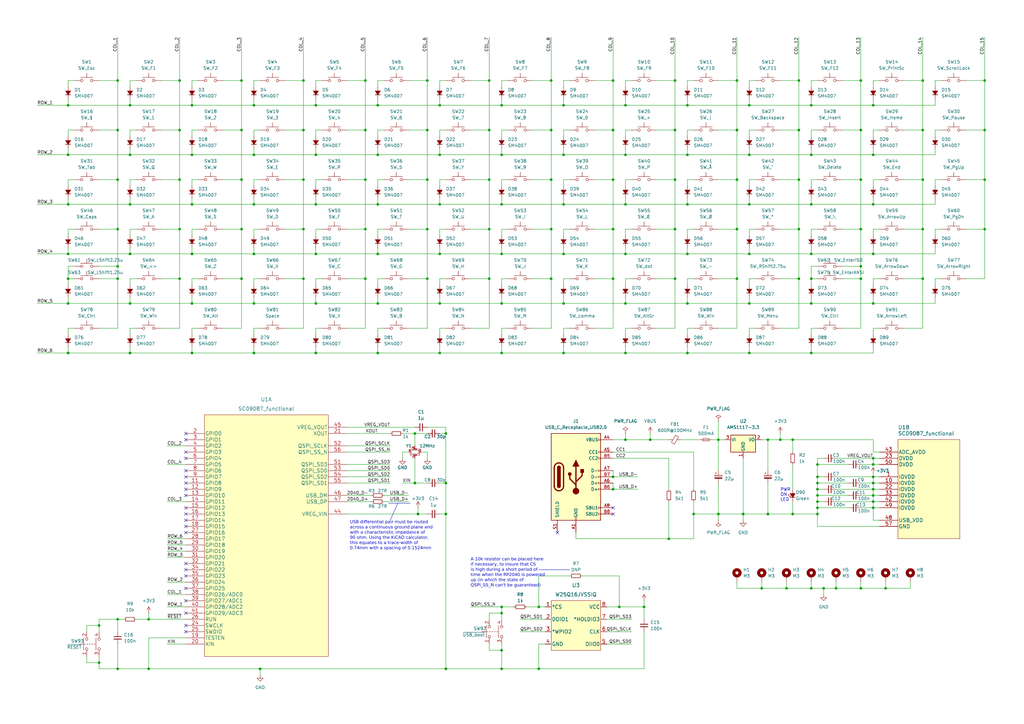
<source format=kicad_sch>
(kicad_sch (version 20230121) (generator eeschema)
  (paper "A3")
  (title_block (title "Belja80") (date "2023-02-11") (rev "1.0") (company "Egill Milan Gunnarsson") (comment 1 "Author:"))
  (junction (at 353.06 33.02))
  (junction (at 200.66 114.3))
  (junction (at 226.06 114.3))
  (junction (at 27.94 83.82))
  (junction (at 180.34 83.82))
  (junction (at 342.9 241.3))
  (junction (at 205.74 63.5))
  (junction (at 358.14 187.96))
  (junction (at 129.54 43.18))
  (junction (at 60.96 274.32))
  (junction (at 302.26 93.98))
  (junction (at 226.06 73.66))
  (junction (at 307.34 104.14))
  (junction (at 335.28 195.58))
  (junction (at 48.26 53.34))
  (junction (at 104.14 83.82))
  (junction (at 78.74 43.18))
  (junction (at 284.48 210.82))
  (junction (at 378.46 33.02))
  (junction (at 78.74 63.5))
  (junction (at 332.74 144.78))
  (junction (at 254 248.92))
  (junction (at 358.14 200.66))
  (junction (at 378.46 93.98))
  (junction (at 353.06 241.3))
  (junction (at 307.34 63.5))
  (junction (at 73.66 114.3))
  (junction (at 27.94 63.5))
  (junction (at 40.64 256.54))
  (junction (at 314.96 210.82))
  (junction (at 251.46 195.58))
  (junction (at 53.34 43.18))
  (junction (at 378.46 53.34))
  (junction (at 99.06 73.66))
  (junction (at 53.34 124.46))
  (junction (at 48.26 254))
  (junction (at 154.94 63.5))
  (junction (at 48.26 93.98))
  (junction (at 335.28 205.74))
  (junction (at 154.94 124.46))
  (junction (at 205.74 144.78))
  (junction (at 358.14 43.18))
  (junction (at 276.86 73.66))
  (junction (at 53.34 144.78))
  (junction (at 205.74 43.18))
  (junction (at 205.74 248.92))
  (junction (at 353.06 114.3))
  (junction (at 106.68 274.32))
  (junction (at 332.74 83.82))
  (junction (at 307.34 124.46))
  (junction (at 294.64 180.34))
  (junction (at 294.64 210.82))
  (junction (at 154.94 43.18))
  (junction (at 251.46 73.66))
  (junction (at 73.66 93.98))
  (junction (at 335.28 208.28))
  (junction (at 78.74 83.82))
  (junction (at 314.96 180.34))
  (junction (at 40.64 271.78))
  (junction (at 175.26 73.66))
  (junction (at 337.82 241.3))
  (junction (at 180.34 144.78))
  (junction (at 335.28 210.82))
  (junction (at 251.46 200.66))
  (junction (at 325.12 210.82))
  (junction (at 53.34 104.14))
  (junction (at 149.86 93.98))
  (junction (at 48.26 73.66))
  (junction (at 281.94 43.18))
  (junction (at 332.74 43.18))
  (junction (at 180.34 124.46))
  (junction (at 53.34 63.5))
  (junction (at 231.14 83.82))
  (junction (at 264.16 248.92))
  (junction (at 220.98 274.32))
  (junction (at 256.54 144.78))
  (junction (at 73.66 73.66))
  (junction (at 353.06 53.34))
  (junction (at 182.88 210.82))
  (junction (at 175.26 114.3))
  (junction (at 358.14 203.2))
  (junction (at 276.86 114.3))
  (junction (at 358.14 83.82))
  (junction (at 48.26 33.02))
  (junction (at 403.86 33.02))
  (junction (at 403.86 93.98))
  (junction (at 149.86 33.02))
  (junction (at 302.26 53.34))
  (junction (at 205.74 124.46))
  (junction (at 335.28 203.2))
  (junction (at 149.86 114.3))
  (junction (at 129.54 104.14))
  (junction (at 73.66 33.02))
  (junction (at 332.74 104.14))
  (junction (at 27.94 43.18))
  (junction (at 78.74 124.46))
  (junction (at 129.54 124.46))
  (junction (at 149.86 73.66))
  (junction (at 154.94 144.78))
  (junction (at 281.94 104.14))
  (junction (at 60.96 254))
  (junction (at 363.22 241.3))
  (junction (at 48.26 114.3))
  (junction (at 281.94 124.46))
  (junction (at 27.94 124.46))
  (junction (at 170.18 198.12))
  (junction (at 129.54 144.78))
  (junction (at 175.26 93.98))
  (junction (at 327.66 33.02))
  (junction (at 327.66 73.66))
  (junction (at 256.54 104.14))
  (junction (at 325.12 180.34))
  (junction (at 304.8 210.82))
  (junction (at 27.94 114.3))
  (junction (at 403.86 53.34))
  (junction (at 78.74 144.78))
  (junction (at 171.45 210.82))
  (junction (at 353.06 73.66))
  (junction (at 307.34 43.18))
  (junction (at 231.14 43.18))
  (junction (at 99.06 53.34))
  (junction (at 353.06 93.98))
  (junction (at 251.46 33.02))
  (junction (at 78.74 104.14))
  (junction (at 180.34 43.18))
  (junction (at 335.28 200.66))
  (junction (at 281.94 63.5))
  (junction (at 205.74 104.14))
  (junction (at 182.88 274.32))
  (junction (at 175.26 53.34))
  (junction (at 403.86 73.66))
  (junction (at 256.54 43.18))
  (junction (at 27.94 104.14))
  (junction (at 251.46 114.3))
  (junction (at 124.46 73.66))
  (junction (at 358.14 190.5))
  (junction (at 358.14 63.5))
  (junction (at 256.54 83.82))
  (junction (at 200.66 53.34))
  (junction (at 358.14 205.74))
  (junction (at 129.54 83.82))
  (junction (at 274.32 220.98))
  (junction (at 335.28 198.12))
  (junction (at 104.14 63.5))
  (junction (at 205.74 274.32))
  (junction (at 231.14 63.5))
  (junction (at 251.46 53.34))
  (junction (at 358.14 104.14))
  (junction (at 327.66 93.98))
  (junction (at 281.94 83.82))
  (junction (at 358.14 124.46))
  (junction (at 175.26 33.02))
  (junction (at 99.06 114.3))
  (junction (at 104.14 104.14))
  (junction (at 302.26 73.66))
  (junction (at 231.14 144.78))
  (junction (at 276.86 53.34))
  (junction (at 149.86 53.34))
  (junction (at 307.34 144.78))
  (junction (at 48.26 274.32))
  (junction (at 53.34 83.82))
  (junction (at 302.26 114.3))
  (junction (at 320.04 180.34))
  (junction (at 276.86 33.02))
  (junction (at 170.18 177.8))
  (junction (at 124.46 114.3))
  (junction (at 182.88 198.12))
  (junction (at 358.14 195.58))
  (junction (at 48.26 109.22))
  (junction (at 104.14 43.18))
  (junction (at 226.06 93.98))
  (junction (at 231.14 124.46))
  (junction (at 99.06 93.98))
  (junction (at 180.34 104.14))
  (junction (at 200.66 93.98))
  (junction (at 327.66 53.34))
  (junction (at 231.14 104.14))
  (junction (at 104.14 124.46))
  (junction (at 281.94 144.78))
  (junction (at 220.98 248.92))
  (junction (at 99.06 33.02))
  (junction (at 200.66 33.02))
  (junction (at 256.54 124.46))
  (junction (at 307.34 83.82))
  (junction (at 226.06 53.34))
  (junction (at 124.46 53.34))
  (junction (at 124.46 93.98))
  (junction (at 358.14 198.12))
  (junction (at 256.54 63.5))
  (junction (at 266.7 180.34))
  (junction (at 332.74 63.5))
  (junction (at 256.54 180.34))
  (junction (at 180.34 63.5))
  (junction (at 312.42 241.3))
  (junction (at 205.74 83.82))
  (junction (at 129.54 63.5))
  (junction (at 327.66 114.3))
  (junction (at 205.74 266.7))
  (junction (at 226.06 33.02))
  (junction (at 332.74 124.46))
  (junction (at 353.06 109.22))
  (junction (at 124.46 33.02))
  (junction (at 276.86 93.98))
  (junction (at 335.28 190.5))
  (junction (at 332.74 241.3))
  (junction (at 182.88 177.8))
  (junction (at 378.46 73.66))
  (junction (at 27.94 144.78))
  (junction (at 154.94 104.14))
  (junction (at 251.46 93.98))
  (junction (at 154.94 83.82))
  (junction (at 200.66 73.66))
  (junction (at 378.46 114.3))
  (junction (at 322.58 241.3))
  (junction (at 302.26 33.02))
  (junction (at 205.74 251.46))
  (junction (at 104.14 144.78))
  (junction (at 73.66 53.34))
  (junction (at 332.74 114.3))
  (junction (at 358.14 208.28))
  (no_connect (at 76.2 195.58))
  (no_connect (at 76.2 203.2))
  (no_connect (at 76.2 213.36))
  (no_connect (at 76.2 200.66))
  (no_connect (at 76.2 193.04))
  (no_connect (at 76.2 251.46))
  (no_connect (at 76.2 180.34))
  (no_connect (at 76.2 177.8))
  (no_connect (at 76.2 246.38))
  (no_connect (at 76.2 208.28))
  (no_connect (at 76.2 210.82))
  (no_connect (at 76.2 187.96))
  (no_connect (at 76.2 215.9))
  (no_connect (at 76.2 231.14))
  (no_connect (at 76.2 259.08))
  (no_connect (at 76.2 256.54))
  (no_connect (at 251.46 210.82))
  (no_connect (at 76.2 198.12))
  (no_connect (at 228.6 218.44))
  (no_connect (at 251.46 208.28))
  (no_connect (at 76.2 185.42))
  (no_connect (at 76.2 236.22))
  (no_connect (at 76.2 233.68))
  (no_connect (at 76.2 241.3))
  (no_connect (at 76.2 218.44))
  (wire (pts (xy 358.14 43.18) (xy 383.54 43.18)))
  (wire (pts (xy 302.26 33.02) (xy 302.26 53.34)))
  (wire (pts (xy 175.26 93.98) (xy 175.26 114.3)))
  (wire (pts (xy 337.82 205.74) (xy 335.28 205.74)))
  (wire (pts (xy 274.32 220.98) (xy 284.48 220.98)))
  (wire (pts (xy 403.86 73.66) (xy 403.86 93.98)))
  (wire (pts (xy 200.66 33.02) (xy 200.66 53.34)))
  (wire (pts (xy 251.46 180.34) (xy 256.54 180.34)))
  (wire (pts (xy 276.86 114.3) (xy 276.86 134.62)))
  (wire (pts (xy 27.94 114.3) (xy 30.48 114.3)))
  (wire (pts (xy 78.74 93.98) (xy 81.28 93.98)))
  (wire (pts (xy 205.74 274.32) (xy 220.98 274.32)))
  (wire (pts (xy 281.94 55.88) (xy 281.94 53.34)))
  (wire (pts (xy 294.64 198.12) (xy 294.64 210.82)))
  (wire (pts (xy 129.54 63.5) (xy 154.94 63.5)))
  (wire (pts (xy 256.54 114.3) (xy 259.08 114.3)))
  (wire (pts (xy 154.94 81.28) (xy 154.94 83.82)))
  (wire (pts (xy 48.26 109.22) (xy 48.26 114.3)))
  (wire (pts (xy 193.04 114.3) (xy 200.66 114.3)))
  (wire (pts (xy 358.14 203.2) (xy 358.14 205.74)))
  (wire (pts (xy 180.34 40.64) (xy 180.34 43.18)))
  (wire (pts (xy 256.54 55.88) (xy 256.54 53.34)))
  (wire (pts (xy 175.26 15.24) (xy 175.26 33.02)))
  (wire (pts (xy 353.06 109.22) (xy 353.06 114.3)))
  (wire (pts (xy 129.54 134.62) (xy 132.08 134.62)))
  (wire (pts (xy 342.9 195.58) (xy 358.14 195.58)))
  (wire (pts (xy 205.74 83.82) (xy 231.14 83.82)))
  (wire (pts (xy 68.58 243.84) (xy 76.2 243.84)))
  (wire (pts (xy 218.44 134.62) (xy 226.06 134.62)))
  (wire (pts (xy 231.14 43.18) (xy 256.54 43.18)))
  (wire (pts (xy 276.86 53.34) (xy 276.86 73.66)))
  (wire (pts (xy 370.84 134.62) (xy 378.46 134.62)))
  (wire (pts (xy 106.68 274.32) (xy 182.88 274.32)))
  (wire (pts (xy 78.74 134.62) (xy 81.28 134.62)))
  (wire (pts (xy 358.14 73.66) (xy 360.68 73.66)))
  (wire (pts (xy 294.64 33.02) (xy 302.26 33.02)))
  (wire (pts (xy 358.14 200.66) (xy 358.14 203.2)))
  (wire (pts (xy 383.54 60.96) (xy 383.54 63.5)))
  (wire (pts (xy 48.26 53.34) (xy 48.26 73.66)))
  (wire (pts (xy 167.64 73.66) (xy 175.26 73.66)))
  (wire (pts (xy 129.54 35.56) (xy 129.54 33.02)))
  (wire (pts (xy 104.14 144.78) (xy 129.54 144.78)))
  (wire (pts (xy 78.74 60.96) (xy 78.74 63.5)))
  (wire (pts (xy 307.34 142.24) (xy 307.34 144.78)))
  (wire (pts (xy 383.54 55.88) (xy 383.54 53.34)))
  (wire (pts (xy 307.34 53.34) (xy 309.88 53.34)))
  (wire (pts (xy 124.46 53.34) (xy 124.46 73.66)))
  (wire (pts (xy 332.74 101.6) (xy 332.74 104.14)))
  (wire (pts (xy 200.66 266.7) (xy 205.74 266.7)))
  (wire (pts (xy 307.34 104.14) (xy 332.74 104.14)))
  (wire (pts (xy 358.14 208.28) (xy 360.68 208.28)))
  (wire (pts (xy 281.94 93.98) (xy 284.48 93.98)))
  (wire (pts (xy 68.58 238.76) (xy 76.2 238.76)))
  (wire (pts (xy 314.96 180.34) (xy 314.96 193.04)))
  (wire (pts (xy 358.14 180.34) (xy 358.14 185.42)))
  (wire (pts (xy 231.14 53.34) (xy 233.68 53.34)))
  (wire (pts (xy 142.24 177.8) (xy 160.02 177.8)))
  (wire (pts (xy 383.54 73.66) (xy 386.08 73.66)))
  (wire (pts (xy 335.28 205.74) (xy 335.28 208.28)))
  (wire (pts (xy 403.86 33.02) (xy 403.86 53.34)))
  (wire (pts (xy 327.66 114.3) (xy 327.66 134.62)))
  (wire (pts (xy 149.86 53.34) (xy 149.86 73.66)))
  (wire (pts (xy 325.12 185.42) (xy 325.12 180.34)))
  (wire (pts (xy 165.1 198.12) (xy 170.18 198.12)))
  (wire (pts (xy 383.54 76.2) (xy 383.54 73.66)))
  (wire (pts (xy 358.14 124.46) (xy 383.54 124.46)))
  (wire (pts (xy 200.66 93.98) (xy 200.66 114.3)))
  (wire (pts (xy 378.46 114.3) (xy 378.46 134.62)))
  (wire (pts (xy 200.66 251.46) (xy 205.74 251.46)))
  (wire (pts (xy 243.84 33.02) (xy 251.46 33.02)))
  (wire (pts (xy 205.74 55.88) (xy 205.74 53.34)))
  (wire (pts (xy 231.14 124.46) (xy 256.54 124.46)))
  (wire (pts (xy 284.48 210.82) (xy 284.48 220.98)))
  (wire (pts (xy 226.06 93.98) (xy 226.06 114.3)))
  (wire (pts (xy 205.74 40.64) (xy 205.74 43.18)))
  (wire (pts (xy 78.74 124.46) (xy 104.14 124.46)))
  (wire (pts (xy 53.34 53.34) (xy 55.88 53.34)))
  (wire (pts (xy 106.68 274.32) (xy 106.68 276.86)))
  (wire (pts (xy 370.84 93.98) (xy 378.46 93.98)))
  (wire (pts (xy 205.74 266.7) (xy 205.74 264.16)))
  (wire (pts (xy 104.14 35.56) (xy 104.14 33.02)))
  (wire (pts (xy 320.04 93.98) (xy 327.66 93.98)))
  (wire (pts (xy 358.14 195.58) (xy 360.68 195.58)))
  (wire (pts (xy 104.14 81.28) (xy 104.14 83.82)))
  (wire (pts (xy 175.26 33.02) (xy 175.26 53.34)))
  (wire (pts (xy 370.84 114.3) (xy 378.46 114.3)))
  (wire (pts (xy 337.82 241.3) (xy 337.82 243.84)))
  (wire (pts (xy 78.74 114.3) (xy 81.28 114.3)))
  (wire (pts (xy 154.94 43.18) (xy 180.34 43.18)))
  (wire (pts (xy 325.12 190.5) (xy 325.12 200.66)))
  (wire (pts (xy 205.74 121.92) (xy 205.74 124.46)))
  (wire (pts (xy 27.94 124.46) (xy 53.34 124.46)))
  (wire (pts (xy 220.98 274.32) (xy 264.16 274.32)))
  (wire (pts (xy 154.94 121.92) (xy 154.94 124.46)))
  (wire (pts (xy 78.74 144.78) (xy 104.14 144.78)))
  (wire (pts (xy 124.46 73.66) (xy 124.46 93.98)))
  (wire (pts (xy 304.8 210.82) (xy 304.8 213.36)))
  (wire (pts (xy 73.66 15.24) (xy 73.66 33.02)))
  (wire (pts (xy 48.26 93.98) (xy 48.26 109.22)))
  (wire (pts (xy 281.94 124.46) (xy 307.34 124.46)))
  (wire (pts (xy 129.54 101.6) (xy 129.54 104.14)))
  (wire (pts (xy 307.34 116.84) (xy 307.34 114.3)))
  (wire (pts (xy 99.06 33.02) (xy 99.06 53.34)))
  (wire (pts (xy 154.94 55.88) (xy 154.94 53.34)))
  (wire (pts (xy 332.74 109.22) (xy 332.74 114.3)))
  (wire (pts (xy 171.45 210.82) (xy 175.26 210.82)))
  (wire (pts (xy 99.06 53.34) (xy 99.06 73.66)))
  (wire (pts (xy 182.88 175.26) (xy 182.88 177.8)))
  (wire (pts (xy 226.06 53.34) (xy 226.06 73.66)))
  (wire (pts (xy 27.94 144.78) (xy 53.34 144.78)))
  (wire (pts (xy 27.94 96.52) (xy 27.94 93.98)))
  (wire (pts (xy 383.54 93.98) (xy 386.08 93.98)))
  (wire (pts (xy 335.28 198.12) (xy 335.28 200.66)))
  (wire (pts (xy 205.74 114.3) (xy 208.28 114.3)))
  (wire (pts (xy 104.14 33.02) (xy 106.68 33.02)))
  (wire (pts (xy 335.28 109.22) (xy 332.74 109.22)))
  (wire (pts (xy 314.96 210.82) (xy 325.12 210.82)))
  (wire (pts (xy 256.54 116.84) (xy 256.54 114.3)))
  (wire (pts (xy 180.34 83.82) (xy 205.74 83.82)))
  (wire (pts (xy 256.54 101.6) (xy 256.54 104.14)))
  (wire (pts (xy 200.66 15.24) (xy 200.66 33.02)))
  (wire (pts (xy 231.14 142.24) (xy 231.14 144.78)))
  (wire (pts (xy 251.46 73.66) (xy 251.46 93.98)))
  (wire (pts (xy 91.44 93.98) (xy 99.06 93.98)))
  (wire (pts (xy 180.34 142.24) (xy 180.34 144.78)))
  (wire (pts (xy 53.34 96.52) (xy 53.34 93.98)))
  (wire (pts (xy 281.94 76.2) (xy 281.94 73.66)))
  (wire (pts (xy 347.98 203.2) (xy 335.28 203.2)))
  (wire (pts (xy 55.88 254) (xy 60.96 254)))
  (wire (pts (xy 256.54 43.18) (xy 281.94 43.18)))
  (wire (pts (xy 142.24 205.74) (xy 152.4 205.74)))
  (wire (pts (xy 68.58 190.5) (xy 76.2 190.5)))
  (wire (pts (xy 358.14 101.6) (xy 358.14 104.14)))
  (wire (pts (xy 281.94 137.16) (xy 281.94 134.62)))
  (wire (pts (xy 307.34 43.18) (xy 332.74 43.18)))
  (wire (pts (xy 27.94 33.02) (xy 30.48 33.02)))
  (wire (pts (xy 231.14 121.92) (xy 231.14 124.46)))
  (wire (pts (xy 124.46 15.24) (xy 124.46 33.02)))
  (wire (pts (xy 251.46 187.96) (xy 274.32 187.96)))
  (wire (pts (xy 78.74 76.2) (xy 78.74 73.66)))
  (wire (pts (xy 180.34 60.96) (xy 180.34 63.5)))
  (wire (pts (xy 129.54 121.92) (xy 129.54 124.46)))
  (wire (pts (xy 307.34 63.5) (xy 332.74 63.5)))
  (wire (pts (xy 15.24 63.5) (xy 27.94 63.5)))
  (wire (pts (xy 154.94 76.2) (xy 154.94 73.66)))
  (wire (pts (xy 314.96 198.12) (xy 314.96 210.82)))
  (wire (pts (xy 294.64 210.82) (xy 304.8 210.82)))
  (wire (pts (xy 251.46 185.42) (xy 284.48 185.42)))
  (wire (pts (xy 332.74 60.96) (xy 332.74 63.5)))
  (wire (pts (xy 358.14 142.24) (xy 358.14 144.78)))
  (wire (pts (xy 205.74 116.84) (xy 205.74 114.3)))
  (wire (pts (xy 325.12 210.82) (xy 335.28 210.82)))
  (wire (pts (xy 370.84 73.66) (xy 378.46 73.66)))
  (wire (pts (xy 332.74 83.82) (xy 358.14 83.82)))
  (wire (pts (xy 104.14 116.84) (xy 104.14 114.3)))
  (wire (pts (xy 358.14 187.96) (xy 360.68 187.96)))
  (wire (pts (xy 342.9 187.96) (xy 358.14 187.96)))
  (wire (pts (xy 129.54 96.52) (xy 129.54 93.98)))
  (wire (pts (xy 335.28 187.96) (xy 335.28 190.5)))
  (wire (pts (xy 91.44 53.34) (xy 99.06 53.34)))
  (wire (pts (xy 172.72 185.42) (xy 175.26 185.42)))
  (wire (pts (xy 358.14 203.2) (xy 360.68 203.2)))
  (wire (pts (xy 302.26 15.24) (xy 302.26 33.02)))
  (wire (pts (xy 142.24 53.34) (xy 149.86 53.34)))
  (wire (pts (xy 383.54 40.64) (xy 383.54 43.18)))
  (wire (pts (xy 142.24 114.3) (xy 149.86 114.3)))
  (wire (pts (xy 370.84 33.02) (xy 378.46 33.02)))
  (wire (pts (xy 154.94 134.62) (xy 157.48 134.62)))
  (wire (pts (xy 276.86 33.02) (xy 276.86 53.34)))
  (wire (pts (xy 205.74 81.28) (xy 205.74 83.82)))
  (wire (pts (xy 243.84 93.98) (xy 251.46 93.98)))
  (wire (pts (xy 40.64 134.62) (xy 48.26 134.62)))
  (wire (pts (xy 205.74 60.96) (xy 205.74 63.5)))
  (wire (pts (xy 378.46 33.02) (xy 378.46 53.34)))
  (wire (pts (xy 276.86 93.98) (xy 276.86 114.3)))
  (wire (pts (xy 236.22 218.44) (xy 236.22 220.98)))
  (wire (pts (xy 223.52 254) (xy 213.36 254)))
  (wire (pts (xy 124.46 93.98) (xy 124.46 114.3)))
  (wire (pts (xy 358.14 104.14) (xy 383.54 104.14)))
  (wire (pts (xy 358.14 213.36) (xy 360.68 213.36)))
  (wire (pts (xy 116.84 33.02) (xy 124.46 33.02)))
  (wire (pts (xy 335.28 208.28) (xy 347.98 208.28)))
  (wire (pts (xy 180.34 210.82) (xy 182.88 210.82)))
  (wire (pts (xy 358.14 185.42) (xy 360.68 185.42)))
  (wire (pts (xy 373.38 241.3) (xy 373.38 238.76)))
  (wire (pts (xy 129.54 53.34) (xy 132.08 53.34)))
  (wire (pts (xy 281.94 144.78) (xy 307.34 144.78)))
  (wire (pts (xy 73.66 114.3) (xy 73.66 134.62)))
  (wire (pts (xy 66.04 93.98) (xy 73.66 93.98)))
  (wire (pts (xy 358.14 187.96) (xy 358.14 190.5)))
  (wire (pts (xy 104.14 83.82) (xy 129.54 83.82)))
  (wire (pts (xy 358.14 53.34) (xy 360.68 53.34)))
  (wire (pts (xy 281.94 73.66) (xy 284.48 73.66)))
  (wire (pts (xy 76.2 261.62) (xy 60.96 261.62)))
  (wire (pts (xy 124.46 114.3) (xy 124.46 134.62)))
  (wire (pts (xy 116.84 73.66) (xy 124.46 73.66)))
  (wire (pts (xy 91.44 114.3) (xy 99.06 114.3)))
  (wire (pts (xy 66.04 73.66) (xy 73.66 73.66)))
  (wire (pts (xy 332.74 35.56) (xy 332.74 33.02)))
  (wire (pts (xy 281.94 83.82) (xy 307.34 83.82)))
  (wire (pts (xy 251.46 93.98) (xy 251.46 114.3)))
  (wire (pts (xy 396.24 93.98) (xy 403.86 93.98)))
  (wire (pts (xy 104.14 76.2) (xy 104.14 73.66)))
  (wire (pts (xy 66.04 33.02) (xy 73.66 33.02)))
  (wire (pts (xy 269.24 114.3) (xy 276.86 114.3)))
  (wire (pts (xy 220.98 264.16) (xy 220.98 274.32)))
  (wire (pts (xy 335.28 203.2) (xy 335.28 205.74)))
  (wire (pts (xy 99.06 73.66) (xy 99.06 93.98)))
  (wire (pts (xy 332.74 43.18) (xy 358.14 43.18)))
  (wire (pts (xy 129.54 81.28) (xy 129.54 83.82)))
  (wire (pts (xy 218.44 114.3) (xy 226.06 114.3)))
  (wire (pts (xy 99.06 114.3) (xy 99.06 134.62)))
  (wire (pts (xy 332.74 104.14) (xy 358.14 104.14)))
  (wire (pts (xy 200.66 264.16) (xy 200.66 266.7)))
  (wire (pts (xy 91.44 73.66) (xy 99.06 73.66)))
  (wire (pts (xy 48.26 274.32) (xy 60.96 274.32)))
  (wire (pts (xy 149.86 93.98) (xy 149.86 114.3)))
  (wire (pts (xy 205.74 53.34) (xy 208.28 53.34)))
  (wire (pts (xy 104.14 114.3) (xy 106.68 114.3)))
  (wire (pts (xy 226.06 15.24) (xy 226.06 33.02)))
  (wire (pts (xy 27.94 104.14) (xy 53.34 104.14)))
  (wire (pts (xy 27.94 83.82) (xy 53.34 83.82)))
  (wire (pts (xy 129.54 104.14) (xy 154.94 104.14)))
  (wire (pts (xy 248.92 259.08) (xy 259.08 259.08)))
  (wire (pts (xy 231.14 81.28) (xy 231.14 83.82)))
  (wire (pts (xy 256.54 63.5) (xy 281.94 63.5)))
  (wire (pts (xy 307.34 96.52) (xy 307.34 93.98)))
  (wire (pts (xy 332.74 121.92) (xy 332.74 124.46)))
  (wire (pts (xy 15.24 83.82) (xy 27.94 83.82)))
  (wire (pts (xy 332.74 73.66) (xy 335.28 73.66)))
  (wire (pts (xy 281.94 142.24) (xy 281.94 144.78)))
  (wire (pts (xy 358.14 81.28) (xy 358.14 83.82)))
  (wire (pts (xy 353.06 114.3) (xy 353.06 134.62)))
  (wire (pts (xy 180.34 63.5) (xy 205.74 63.5)))
  (wire (pts (xy 30.48 109.22) (xy 27.94 109.22)))
  (wire (pts (xy 27.94 101.6) (xy 27.94 104.14)))
  (wire (pts (xy 200.66 73.66) (xy 200.66 93.98)))
  (wire (pts (xy 353.06 203.2) (xy 358.14 203.2)))
  (wire (pts (xy 193.04 53.34) (xy 200.66 53.34)))
  (wire (pts (xy 218.44 33.02) (xy 226.06 33.02)))
  (wire (pts (xy 154.94 137.16) (xy 154.94 134.62)))
  (wire (pts (xy 358.14 121.92) (xy 358.14 124.46)))
  (wire (pts (xy 78.74 116.84) (xy 78.74 114.3)))
  (wire (pts (xy 243.84 73.66) (xy 251.46 73.66)))
  (wire (pts (xy 383.54 96.52) (xy 383.54 93.98)))
  (wire (pts (xy 15.24 124.46) (xy 27.94 124.46)))
  (wire (pts (xy 337.82 195.58) (xy 335.28 195.58)))
  (wire (pts (xy 335.28 190.5) (xy 347.98 190.5)))
  (wire (pts (xy 353.06 53.34) (xy 353.06 73.66)))
  (wire (pts (xy 104.14 43.18) (xy 129.54 43.18)))
  (wire (pts (xy 78.74 55.88) (xy 78.74 53.34)))
  (wire (pts (xy 154.94 33.02) (xy 157.48 33.02)))
  (wire (pts (xy 142.24 185.42) (xy 160.02 185.42)))
  (wire (pts (xy 116.84 93.98) (xy 124.46 93.98)))
  (wire (pts (xy 307.34 33.02) (xy 309.88 33.02)))
  (wire (pts (xy 302.26 114.3) (xy 302.26 134.62)))
  (wire (pts (xy 312.42 180.34) (xy 314.96 180.34)))
  (wire (pts (xy 226.06 73.66) (xy 226.06 93.98)))
  (wire (pts (xy 363.22 238.76) (xy 363.22 241.3)))
  (wire (pts (xy 302.26 238.76) (xy 302.26 241.3)))
  (wire (pts (xy 167.64 185.42) (xy 165.1 185.42)))
  (wire (pts (xy 73.66 33.02) (xy 73.66 53.34)))
  (wire (pts (xy 332.74 93.98) (xy 335.28 93.98)))
  (wire (pts (xy 233.68 236.22) (xy 220.98 236.22)))
  (wire (pts (xy 358.14 76.2) (xy 358.14 73.66)))
  (wire (pts (xy 116.84 114.3) (xy 124.46 114.3)))
  (wire (pts (xy 256.54 53.34) (xy 259.08 53.34)))
  (wire (pts (xy 60.96 254) (xy 76.2 254)))
  (wire (pts (xy 254 248.92) (xy 254 236.22)))
  (wire (pts (xy 231.14 114.3) (xy 233.68 114.3)))
  (wire (pts (xy 223.52 264.16) (xy 220.98 264.16)))
  (wire (pts (xy 396.24 114.3) (xy 403.86 114.3)))
  (wire (pts (xy 332.74 96.52) (xy 332.74 93.98)))
  (wire (pts (xy 124.46 33.02) (xy 124.46 53.34)))
  (wire (pts (xy 142.24 175.26) (xy 170.18 175.26)))
  (wire (pts (xy 167.64 33.02) (xy 175.26 33.02)))
  (wire (pts (xy 256.54 93.98) (xy 259.08 93.98)))
  (wire (pts (xy 335.28 215.9) (xy 360.68 215.9)))
  (wire (pts (xy 53.34 35.56) (xy 53.34 33.02)))
  (wire (pts (xy 104.14 63.5) (xy 129.54 63.5)))
  (wire (pts (xy 243.84 53.34) (xy 251.46 53.34)))
  (wire (pts (xy 66.04 134.62) (xy 73.66 134.62)))
  (wire (pts (xy 320.04 33.02) (xy 327.66 33.02)))
  (wire (pts (xy 383.54 121.92) (xy 383.54 124.46)))
  (wire (pts (xy 157.48 203.2) (xy 167.64 203.2)))
  (wire (pts (xy 256.54 76.2) (xy 256.54 73.66)))
  (wire (pts (xy 104.14 96.52) (xy 104.14 93.98)))
  (wire (pts (xy 180.34 144.78) (xy 205.74 144.78)))
  (wire (pts (xy 99.06 93.98) (xy 99.06 114.3)))
  (wire (pts (xy 53.34 144.78) (xy 78.74 144.78)))
  (wire (pts (xy 142.24 73.66) (xy 149.86 73.66)))
  (wire (pts (xy 142.24 182.88) (xy 160.02 182.88)))
  (wire (pts (xy 182.88 177.8) (xy 182.88 198.12)))
  (wire (pts (xy 256.54 35.56) (xy 256.54 33.02)))
  (wire (pts (xy 78.74 142.24) (xy 78.74 144.78)))
  (wire (pts (xy 205.74 33.02) (xy 208.28 33.02)))
  (wire (pts (xy 307.34 81.28) (xy 307.34 83.82)))
  (wire (pts (xy 281.94 35.56) (xy 281.94 33.02)))
  (wire (pts (xy 251.46 195.58) (xy 261.62 195.58)))
  (wire (pts (xy 167.64 134.62) (xy 175.26 134.62)))
  (wire (pts (xy 27.94 35.56) (xy 27.94 33.02)))
  (wire (pts (xy 223.52 259.08) (xy 213.36 259.08)))
  (wire (pts (xy 358.14 190.5) (xy 360.68 190.5)))
  (wire (pts (xy 307.34 60.96) (xy 307.34 63.5)))
  (wire (pts (xy 154.94 114.3) (xy 157.48 114.3)))
  (wire (pts (xy 307.34 83.82) (xy 332.74 83.82)))
  (wire (pts (xy 256.54 142.24) (xy 256.54 144.78)))
  (wire (pts (xy 154.94 124.46) (xy 180.34 124.46)))
  (wire (pts (xy 40.64 93.98) (xy 48.26 93.98)))
  (wire (pts (xy 142.24 93.98) (xy 149.86 93.98)))
  (wire (pts (xy 40.64 274.32) (xy 48.26 274.32)))
  (wire (pts (xy 68.58 182.88) (xy 76.2 182.88)))
  (wire (pts (xy 218.44 53.34) (xy 226.06 53.34)))
  (wire (pts (xy 307.34 137.16) (xy 307.34 134.62)))
  (wire (pts (xy 345.44 73.66) (xy 353.06 73.66)))
  (wire (pts (xy 231.14 60.96) (xy 231.14 63.5)))
  (wire (pts (xy 294.64 73.66) (xy 302.26 73.66)))
  (polyline (pts (xy 163.195 206.375) (xy 160.02 213.36)))
  (wire (pts (xy 180.34 96.52) (xy 180.34 93.98)))
  (wire (pts (xy 154.94 83.82) (xy 180.34 83.82)))
  (wire (pts (xy 274.32 187.96) (xy 274.32 200.66)))
  (wire (pts (xy 396.24 73.66) (xy 403.86 73.66)))
  (wire (pts (xy 205.74 142.24) (xy 205.74 144.78)))
  (wire (pts (xy 53.34 104.14) (xy 78.74 104.14)))
  (wire (pts (xy 104.14 93.98) (xy 106.68 93.98)))
  (wire (pts (xy 53.34 60.96) (xy 53.34 63.5)))
  (wire (pts (xy 180.34 76.2) (xy 180.34 73.66)))
  (wire (pts (xy 254 236.22) (xy 238.76 236.22)))
  (wire (pts (xy 403.86 53.34) (xy 403.86 73.66)))
  (wire (pts (xy 91.44 134.62) (xy 99.06 134.62)))
  (wire (pts (xy 154.94 73.66) (xy 157.48 73.66)))
  (wire (pts (xy 154.94 40.64) (xy 154.94 43.18)))
  (wire (pts (xy 345.44 33.02) (xy 353.06 33.02)))
  (wire (pts (xy 254 248.92) (xy 264.16 248.92)))
  (wire (pts (xy 332.74 63.5) (xy 358.14 63.5)))
  (wire (pts (xy 53.34 124.46) (xy 78.74 124.46)))
  (wire (pts (xy 205.74 93.98) (xy 208.28 93.98)))
  (wire (pts (xy 53.34 101.6) (xy 53.34 104.14)))
  (wire (pts (xy 383.54 114.3) (xy 386.08 114.3)))
  (wire (pts (xy 378.46 93.98) (xy 378.46 114.3)))
  (wire (pts (xy 307.34 144.78) (xy 332.74 144.78)))
  (wire (pts (xy 256.54 180.34) (xy 266.7 180.34)))
  (wire (pts (xy 193.04 33.02) (xy 200.66 33.02)))
  (wire (pts (xy 27.94 109.22) (xy 27.94 114.3)))
  (wire (pts (xy 53.34 40.64) (xy 53.34 43.18)))
  (wire (pts (xy 358.14 134.62) (xy 360.68 134.62)))
  (wire (pts (xy 332.74 116.84) (xy 332.74 114.3)))
  (wire (pts (xy 236.22 220.98) (xy 274.32 220.98)))
  (wire (pts (xy 284.48 185.42) (xy 284.48 200.66)))
  (wire (pts (xy 142.24 134.62) (xy 149.86 134.62)))
  (wire (pts (xy 175.26 53.34) (xy 175.26 73.66)))
  (wire (pts (xy 129.54 73.66) (xy 132.08 73.66)))
  (wire (pts (xy 284.48 205.74) (xy 284.48 210.82)))
  (wire (pts (xy 53.34 73.66) (xy 55.88 73.66)))
  (wire (pts (xy 358.14 40.64) (xy 358.14 43.18)))
  (wire (pts (xy 403.86 93.98) (xy 403.86 114.3)))
  (wire (pts (xy 78.74 137.16) (xy 78.74 134.62)))
  (wire (pts (xy 345.44 134.62) (xy 353.06 134.62)))
  (wire (pts (xy 180.34 33.02) (xy 182.88 33.02)))
  (wire (pts (xy 129.54 144.78) (xy 154.94 144.78)))
  (wire (pts (xy 27.94 121.92) (xy 27.94 124.46)))
  (wire (pts (xy 78.74 96.52) (xy 78.74 93.98)))
  (wire (pts (xy 358.14 137.16) (xy 358.14 134.62)))
  (wire (pts (xy 294.64 210.82) (xy 294.64 213.36)))
  (wire (pts (xy 294.64 172.72) (xy 294.64 180.34)))
  (wire (pts (xy 104.14 55.88) (xy 104.14 53.34)))
  (wire (pts (xy 40.64 109.22) (xy 48.26 109.22)))
  (wire (pts (xy 27.94 73.66) (xy 30.48 73.66)))
  (wire (pts (xy 175.26 73.66) (xy 175.26 93.98)))
  (wire (pts (xy 353.06 73.66) (xy 353.06 93.98)))
  (wire (pts (xy 248.92 254) (xy 259.08 254)))
  (wire (pts (xy 353.06 93.98) (xy 353.06 109.22)))
  (wire (pts (xy 154.94 96.52) (xy 154.94 93.98)))
  (wire (pts (xy 231.14 101.6) (xy 231.14 104.14)))
  (wire (pts (xy 78.74 121.92) (xy 78.74 124.46)))
  (wire (pts (xy 35.56 259.08) (xy 35.56 256.54)))
  (wire (pts (xy 320.04 177.8) (xy 320.04 180.34)))
  (wire (pts (xy 231.14 55.88) (xy 231.14 53.34)))
  (wire (pts (xy 157.48 205.74) (xy 167.64 205.74)))
  (wire (pts (xy 154.94 104.14) (xy 180.34 104.14)))
  (wire (pts (xy 312.42 241.3) (xy 322.58 241.3)))
  (wire (pts (xy 167.64 114.3) (xy 175.26 114.3)))
  (wire (pts (xy 403.86 15.24) (xy 403.86 33.02)))
  (wire (pts (xy 200.66 114.3) (xy 200.66 134.62)))
  (wire (pts (xy 383.54 81.28) (xy 383.54 83.82)))
  (wire (pts (xy 383.54 116.84) (xy 383.54 114.3)))
  (wire (pts (xy 27.94 81.28) (xy 27.94 83.82)))
  (wire (pts (xy 231.14 83.82) (xy 256.54 83.82)))
  (wire (pts (xy 302.26 93.98) (xy 302.26 114.3)))
  (wire (pts (xy 251.46 195.58) (xy 251.46 193.04)))
  (wire (pts (xy 335.28 208.28) (xy 335.28 210.82)))
  (wire (pts (xy 180.34 101.6) (xy 180.34 104.14)))
  (wire (pts (xy 345.44 114.3) (xy 353.06 114.3)))
  (wire (pts (xy 27.94 76.2) (xy 27.94 73.66)))
  (wire (pts (xy 353.06 190.5) (xy 358.14 190.5)))
  (wire (pts (xy 256.54 144.78) (xy 281.94 144.78)))
  (wire (pts (xy 312.42 238.76) (xy 312.42 241.3)))
  (wire (pts (xy 53.34 33.02) (xy 55.88 33.02)))
  (wire (pts (xy 142.24 203.2) (xy 152.4 203.2)))
  (wire (pts (xy 332.74 33.02) (xy 335.28 33.02)))
  (wire (pts (xy 78.74 63.5) (xy 104.14 63.5)))
  (wire (pts (xy 251.46 53.34) (xy 251.46 73.66)))
  (wire (pts (xy 378.46 15.24) (xy 378.46 33.02)))
  (wire (pts (xy 68.58 226.06) (xy 76.2 226.06)))
  (wire (pts (xy 180.34 198.12) (xy 182.88 198.12)))
  (wire (pts (xy 353.06 15.24) (xy 353.06 33.02)))
  (wire (pts (xy 205.74 104.14) (xy 231.14 104.14)))
  (wire (pts (xy 193.04 73.66) (xy 200.66 73.66)))
  (wire (pts (xy 154.94 53.34) (xy 157.48 53.34)))
  (wire (pts (xy 345.44 109.22) (xy 353.06 109.22)))
  (wire (pts (xy 226.06 33.02) (xy 226.06 53.34)))
  (wire (pts (xy 383.54 35.56) (xy 383.54 33.02)))
  (wire (pts (xy 281.94 116.84) (xy 281.94 114.3)))
  (wire (pts (xy 53.34 93.98) (xy 55.88 93.98)))
  (wire (pts (xy 73.66 93.98) (xy 73.66 114.3)))
  (wire (pts (xy 68.58 223.52) (xy 76.2 223.52)))
  (wire (pts (xy 256.54 177.8) (xy 256.54 180.34)))
  (wire (pts (xy 353.06 238.76) (xy 353.06 241.3)))
  (wire (pts (xy 337.82 241.3) (xy 332.74 241.3)))
  (wire (pts (xy 116.84 53.34) (xy 124.46 53.34)))
  (wire (pts (xy 40.64 254) (xy 48.26 254)))
  (wire (pts (xy 149.86 15.24) (xy 149.86 33.02)))
  (wire (pts (xy 231.14 76.2) (xy 231.14 73.66)))
  (wire (pts (xy 320.04 73.66) (xy 327.66 73.66)))
  (wire (pts (xy 27.94 60.96) (xy 27.94 63.5)))
  (wire (pts (xy 129.54 83.82) (xy 154.94 83.82)))
  (wire (pts (xy 218.44 93.98) (xy 226.06 93.98)))
  (wire (pts (xy 220.98 236.22) (xy 220.98 248.92)))
  (wire (pts (xy 48.26 15.24) (xy 48.26 33.02)))
  (wire (pts (xy 154.94 35.56) (xy 154.94 33.02)))
  (wire (pts (xy 276.86 73.66) (xy 276.86 93.98)))
  (wire (pts (xy 180.34 81.28) (xy 180.34 83.82)))
  (wire (pts (xy 104.14 121.92) (xy 104.14 124.46)))
  (wire (pts (xy 279.4 180.34) (xy 287.02 180.34)))
  (wire (pts (xy 358.14 205.74) (xy 358.14 208.28)))
  (wire (pts (xy 256.54 60.96) (xy 256.54 63.5)))
  (wire (pts (xy 167.64 93.98) (xy 175.26 93.98)))
  (wire (pts (xy 78.74 43.18) (xy 104.14 43.18)))
  (wire (pts (xy 205.74 43.18) (xy 231.14 43.18)))
  (wire (pts (xy 353.06 198.12) (xy 358.14 198.12)))
  (wire (pts (xy 304.8 187.96) (xy 304.8 210.82)))
  (wire (pts (xy 256.54 73.66) (xy 259.08 73.66)))
  (wire (pts (xy 370.84 53.34) (xy 378.46 53.34)))
  (wire (pts (xy 68.58 264.16) (xy 76.2 264.16)))
  (wire (pts (xy 307.34 35.56) (xy 307.34 33.02)))
  (wire (pts (xy 320.04 114.3) (xy 327.66 114.3)))
  (wire (pts (xy 180.34 116.84) (xy 180.34 114.3)))
  (wire (pts (xy 171.45 208.28) (xy 171.45 210.82)))
  (wire (pts (xy 129.54 114.3) (xy 132.08 114.3)))
  (wire (pts (xy 335.28 190.5) (xy 335.28 195.58)))
  (wire (pts (xy 294.64 180.34) (xy 294.64 193.04)))
  (wire (pts (xy 226.06 114.3) (xy 226.06 134.62)))
  (wire (pts (xy 337.82 241.3) (xy 342.9 241.3)))
  (wire (pts (xy 231.14 96.52) (xy 231.14 93.98)))
  (wire (pts (xy 193.04 93.98) (xy 200.66 93.98)))
  (wire (pts (xy 320.04 180.34) (xy 325.12 180.34)))
  (wire (pts (xy 15.24 144.78) (xy 27.94 144.78)))
  (wire (pts (xy 396.24 33.02) (xy 403.86 33.02)))
  (wire (pts (xy 142.24 210.82) (xy 171.45 210.82)))
  (wire (pts (xy 231.14 134.62) (xy 233.68 134.62)))
  (wire (pts (xy 35.56 271.78) (xy 40.64 271.78)))
  (wire (pts (xy 307.34 73.66) (xy 309.88 73.66)))
  (wire (pts (xy 205.74 63.5) (xy 231.14 63.5)))
  (wire (pts (xy 40.64 254) (xy 40.64 256.54)))
  (wire (pts (xy 256.54 81.28) (xy 256.54 83.82)))
  (wire (pts (xy 266.7 180.34) (xy 274.32 180.34)))
  (wire (pts (xy 129.54 76.2) (xy 129.54 73.66)))
  (wire (pts (xy 231.14 144.78) (xy 256.54 144.78)))
  (wire (pts (xy 193.04 134.62) (xy 200.66 134.62)))
  (wire (pts (xy 129.54 55.88) (xy 129.54 53.34)))
  (wire (pts (xy 378.46 53.34) (xy 378.46 73.66)))
  (wire (pts (xy 60.96 274.32) (xy 106.68 274.32)))
  (wire (pts (xy 180.34 121.92) (xy 180.34 124.46)))
  (wire (pts (xy 48.26 114.3) (xy 48.26 134.62)))
  (wire (pts (xy 292.1 180.34) (xy 294.64 180.34)))
  (wire (pts (xy 269.24 93.98) (xy 276.86 93.98)))
  (wire (pts (xy 142.24 190.5) (xy 160.02 190.5)))
  (wire (pts (xy 48.26 254) (xy 50.8 254)))
  (wire (pts (xy 307.34 114.3) (xy 309.88 114.3)))
  (wire (pts (xy 307.34 124.46) (xy 332.74 124.46)))
  (wire (pts (xy 332.74 137.16) (xy 332.74 134.62)))
  (wire (pts (xy 142.24 198.12) (xy 160.02 198.12)))
  (wire (pts (xy 165.1 177.8) (xy 170.18 177.8)))
  (wire (pts (xy 220.98 248.92) (xy 223.52 248.92)))
  (wire (pts (xy 53.34 121.92) (xy 53.34 124.46)))
  (wire (pts (xy 342.9 241.3) (xy 353.06 241.3)))
  (wire (pts (xy 154.94 101.6) (xy 154.94 104.14)))
  (wire (pts (xy 251.46 15.24) (xy 251.46 33.02)))
  (wire (pts (xy 327.66 93.98) (xy 327.66 114.3)))
  (wire (pts (xy 294.64 53.34) (xy 302.26 53.34)))
  (wire (pts (xy 307.34 76.2) (xy 307.34 73.66)))
  (wire (pts (xy 78.74 101.6) (xy 78.74 104.14)))
  (wire (pts (xy 332.74 81.28) (xy 332.74 83.82)))
  (wire (pts (xy 104.14 101.6) (xy 104.14 104.14)))
  (wire (pts (xy 256.54 96.52) (xy 256.54 93.98)))
  (polyline (pts (xy 159.385 206.375) (xy 168.275 206.375)))
  (wire (pts (xy 218.44 73.66) (xy 226.06 73.66)))
  (wire (pts (xy 180.34 35.56) (xy 180.34 33.02)))
  (wire (pts (xy 205.74 248.92) (xy 205.74 251.46)))
  (wire (pts (xy 281.94 134.62) (xy 284.48 134.62)))
  (wire (pts (xy 104.14 142.24) (xy 104.14 144.78)))
  (wire (pts (xy 73.66 73.66) (xy 73.66 93.98)))
  (wire (pts (xy 302.26 53.34) (xy 302.26 73.66)))
  (wire (pts (xy 40.64 256.54) (xy 40.64 259.08)))
  (wire (pts (xy 142.24 193.04) (xy 160.02 193.04)))
  (wire (pts (xy 358.14 83.82) (xy 383.54 83.82)))
  (wire (pts (xy 104.14 124.46) (xy 129.54 124.46)))
  (wire (pts (xy 251.46 200.66) (xy 261.62 200.66)))
  (wire (pts (xy 332.74 144.78) (xy 358.14 144.78)))
  (wire (pts (xy 231.14 93.98) (xy 233.68 93.98)))
  (wire (pts (xy 332.74 134.62) (xy 335.28 134.62)))
  (wire (pts (xy 396.24 53.34) (xy 403.86 53.34)))
  (wire (pts (xy 335.28 200.66) (xy 337.82 200.66)))
  (wire (pts (xy 307.34 121.92) (xy 307.34 124.46)))
  (wire (pts (xy 15.24 43.18) (xy 27.94 43.18)))
  (wire (pts (xy 78.74 73.66) (xy 81.28 73.66)))
  (wire (pts (xy 281.94 60.96) (xy 281.94 63.5)))
  (wire (pts (xy 281.94 40.64) (xy 281.94 43.18)))
  (wire (pts (xy 294.64 114.3) (xy 302.26 114.3)))
  (wire (pts (xy 180.34 53.34) (xy 182.88 53.34)))
  (wire (pts (xy 129.54 43.18) (xy 154.94 43.18)))
  (wire (pts (xy 78.74 40.64) (xy 78.74 43.18)))
  (wire (pts (xy 180.34 137.16) (xy 180.34 134.62)))
  (wire (pts (xy 205.74 35.56) (xy 205.74 33.02)))
  (wire (pts (xy 154.94 60.96) (xy 154.94 63.5)))
  (wire (pts (xy 307.34 101.6) (xy 307.34 104.14)))
  (wire (pts (xy 170.18 198.12) (xy 175.26 198.12)))
  (wire (pts (xy 27.94 93.98) (xy 30.48 93.98)))
  (wire (pts (xy 302.26 241.3) (xy 312.42 241.3)))
  (wire (pts (xy 284.48 210.82) (xy 294.64 210.82)))
  (wire (pts (xy 281.94 101.6) (xy 281.94 104.14)))
  (wire (pts (xy 48.26 264.16) (xy 48.26 274.32)))
  (wire (pts (xy 129.54 116.84) (xy 129.54 114.3)))
  (wire (pts (xy 281.94 81.28) (xy 281.94 83.82)))
  (wire (pts (xy 320.04 134.62) (xy 327.66 134.62)))
  (wire (pts (xy 99.06 15.24) (xy 99.06 33.02)))
  (wire (pts (xy 53.34 134.62) (xy 55.88 134.62)))
  (wire (pts (xy 281.94 104.14) (xy 307.34 104.14)))
  (wire (pts (xy 383.54 33.02) (xy 386.08 33.02)))
  (wire (pts (xy 256.54 40.64) (xy 256.54 43.18)))
  (wire (pts (xy 27.94 137.16) (xy 27.94 134.62)))
  (wire (pts (xy 73.66 53.34) (xy 73.66 73.66)))
  (wire (pts (xy 332.74 40.64) (xy 332.74 43.18)))
  (wire (pts (xy 243.84 114.3) (xy 251.46 114.3)))
  (wire (pts (xy 274.32 220.98) (xy 274.32 205.74)))
  (wire (pts (xy 335.28 195.58) (xy 335.28 198.12)))
  (wire (pts (xy 327.66 73.66) (xy 327.66 93.98)))
  (wire (pts (xy 170.18 177.8) (xy 170.18 182.88)))
  (wire (pts (xy 294.64 93.98) (xy 302.26 93.98)))
  (wire (pts (xy 231.14 33.02) (xy 233.68 33.02)))
  (wire (pts (xy 358.14 194.31) (xy 358.14 195.58)))
  (wire (pts (xy 358.14 195.58) (xy 358.14 198.12)))
  (wire (pts (xy 256.54 137.16) (xy 256.54 134.62)))
  (wire (pts (xy 53.34 142.24) (xy 53.34 144.78)))
  (wire (pts (xy 129.54 93.98) (xy 132.08 93.98)))
  (wire (pts (xy 27.94 142.24) (xy 27.94 144.78)))
  (wire (pts (xy 335.28 200.66) (xy 335.28 203.2)))
  (wire (pts (xy 53.34 114.3) (xy 55.88 114.3)))
  (wire (pts (xy 175.26 114.3) (xy 175.26 134.62)))
  (wire (pts (xy 180.34 104.14) (xy 205.74 104.14)))
  (wire (pts (xy 256.54 121.92) (xy 256.54 124.46)))
  (wire (pts (xy 335.28 187.96) (xy 337.82 187.96)))
  (wire (pts (xy 314.96 180.34) (xy 320.04 180.34)))
  (wire (pts (xy 35.56 256.54) (xy 40.64 256.54)))
  (wire (pts (xy 104.14 40.64) (xy 104.14 43.18)))
  (wire (pts (xy 175.26 175.26) (xy 182.88 175.26)))
  (wire (pts (xy 27.94 43.18) (xy 53.34 43.18)))
  (wire (pts (xy 104.14 60.96) (xy 104.14 63.5)))
  (wire (pts (xy 68.58 228.6) (xy 76.2 228.6)))
  (wire (pts (xy 256.54 104.14) (xy 281.94 104.14)))
  (wire (pts (xy 48.26 259.08) (xy 48.26 254)))
  (wire (pts (xy 231.14 116.84) (xy 231.14 114.3)))
  (wire (pts (xy 205.74 76.2) (xy 205.74 73.66)))
  (wire (pts (xy 142.24 195.58) (xy 160.02 195.58)))
  (wire (pts (xy 243.84 134.62) (xy 251.46 134.62)))
  (wire (pts (xy 256.54 134.62) (xy 259.08 134.62)))
  (wire (pts (xy 307.34 55.88) (xy 307.34 53.34)))
  (wire (pts (xy 358.14 208.28) (xy 358.14 213.36)))
  (wire (pts (xy 205.74 137.16) (xy 205.74 134.62)))
  (wire (pts (xy 104.14 134.62) (xy 106.68 134.62)))
  (wire (pts (xy 231.14 40.64) (xy 231.14 43.18)))
  (wire (pts (xy 66.04 114.3) (xy 73.66 114.3)))
  (wire (pts (xy 215.9 248.92) (xy 220.98 248.92)))
  (wire (pts (xy 129.54 40.64) (xy 129.54 43.18)))
  (wire (pts (xy 251.46 200.66) (xy 251.46 198.12)))
  (wire (pts (xy 358.14 93.98) (xy 360.68 93.98)))
  (wire (pts (xy 91.44 33.02) (xy 99.06 33.02)))
  (wire (pts (xy 322.58 241.3) (xy 332.74 241.3)))
  (wire (pts (xy 180.34 177.8) (xy 182.88 177.8)))
  (wire (pts (xy 165.1 185.42) (xy 165.1 187.96)))
  (wire (pts (xy 149.86 73.66) (xy 149.86 93.98)))
  (wire (pts (xy 266.7 177.8) (xy 266.7 180.34)))
  (wire (pts (xy 66.04 53.34) (xy 73.66 53.34)))
  (wire (pts (xy 27.94 53.34) (xy 30.48 53.34)))
  (wire (pts (xy 231.14 104.14) (xy 256.54 104.14)))
  (wire (pts (xy 358.14 198.12) (xy 358.14 200.66)))
  (wire (pts (xy 269.24 53.34) (xy 276.86 53.34)))
  (wire (pts (xy 358.14 63.5) (xy 383.54 63.5)))
  (wire (pts (xy 154.94 93.98) (xy 157.48 93.98)))
  (wire (pts (xy 294.64 180.34) (xy 297.18 180.34)))
  (wire (pts (xy 205.74 144.78) (xy 231.14 144.78)))
  (wire (pts (xy 231.14 35.56) (xy 231.14 33.02)))
  (wire (pts (xy 205.74 248.92) (xy 210.82 248.92)))
  (wire (pts (xy 200.66 53.34) (xy 200.66 73.66)))
  (wire (pts (xy 302.26 73.66) (xy 302.26 93.98)))
  (wire (pts (xy 342.9 238.76) (xy 342.9 241.3)))
  (wire (pts (xy 78.74 81.28) (xy 78.74 83.82)))
  (wire (pts (xy 200.66 254) (xy 200.66 251.46)))
  (wire (pts (xy 358.14 198.12) (xy 360.68 198.12)))
  (wire (pts (xy 180.34 134.62) (xy 182.88 134.62)))
  (wire (pts (xy 332.74 124.46) (xy 358.14 124.46)))
  (wire (pts (xy 116.84 134.62) (xy 124.46 134.62)))
  (wire (pts (xy 104.14 104.14) (xy 129.54 104.14)))
  (wire (pts (xy 78.74 104.14) (xy 104.14 104.14)))
  (wire (pts (xy 281.94 43.18) (xy 307.34 43.18)))
  (wire (pts (xy 40.64 33.02) (xy 48.26 33.02)))
  (wire (pts (xy 154.94 116.84) (xy 154.94 114.3)))
  (wire (pts (xy 205.74 254) (xy 205.74 251.46)))
  (wire (pts (xy 332.74 238.76) (xy 332.74 241.3)))
  (wire (pts (xy 68.58 248.92) (xy 76.2 248.92)))
  (wire (pts (xy 304.8 210.82) (xy 314.96 210.82)))
  (polyline (pts (xy 220.98 233.68) (xy 233.68 233.68)))
  (wire (pts (xy 251.46 33.02) (xy 251.46 53.34)))
  (wire (pts (xy 68.58 220.98) (xy 76.2 220.98)))
  (wire (pts (xy 40.64 53.34) (xy 48.26 53.34)))
  (wire (pts (xy 205.74 101.6) (xy 205.74 104.14)))
  (wire (pts (xy 154.94 142.24) (xy 154.94 144.78)))
  (wire (pts (xy 248.92 264.16) (xy 259.08 264.16)))
  (wire (pts (xy 104.14 137.16) (xy 104.14 134.62)))
  (wire (pts (xy 78.74 83.82) (xy 104.14 83.82)))
  (wire (pts (xy 154.94 63.5) (xy 180.34 63.5)))
  (wire (pts (xy 358.14 55.88) (xy 358.14 53.34)))
  (wire (pts (xy 353.06 241.3) (xy 363.22 241.3)))
  (wire (pts (xy 231.14 73.66) (xy 233.68 73.66)))
  (wire (pts (xy 40.64 271.78) (xy 40.64 274.32)))
  (wire (pts (xy 182.88 274.32) (xy 205.74 274.32)))
  (wire (pts (xy 78.74 33.02) (xy 81.28 33.02)))
  (wire (pts (xy 53.34 81.28) (xy 53.34 83.82)))
  (wire (pts (xy 180.34 124.46) (xy 205.74 124.46)))
  (wire (pts (xy 332.74 53.34) (xy 335.28 53.34)))
  (wire (pts (xy 276.86 15.24) (xy 276.86 33.02)))
  (wire (pts (xy 182.88 198.12) (xy 182.88 210.82)))
  (wire (pts (xy 256.54 124.46) (xy 281.94 124.46)))
  (wire (pts (xy 40.64 73.66) (xy 48.26 73.66)))
  (wire (pts (xy 129.54 142.24) (xy 129.54 144.78)))
  (wire (pts (xy 205.74 96.52) (xy 205.74 93.98)))
  (wire (pts (xy 129.54 60.96) (xy 129.54 63.5)))
  (wire (pts (xy 327.66 33.02) (xy 327.66 53.34)))
  (wire (pts (xy 358.14 96.52) (xy 358.14 93.98)))
  (wire (pts (xy 307.34 40.64) (xy 307.34 43.18)))
  (wire (pts (xy 205.74 124.46) (xy 231.14 124.46)))
  (wire (pts (xy 363.22 241.3) (xy 373.38 241.3)))
  (wire (pts (xy 294.64 134.62) (xy 302.26 134.62)))
  (wire (pts (xy 345.44 93.98) (xy 353.06 93.98)))
  (wire (pts (xy 205.74 73.66) (xy 208.28 73.66)))
  (wire (pts (xy 167.64 53.34) (xy 175.26 53.34)))
  (wire (pts (xy 27.94 55.88) (xy 27.94 53.34)))
  (wire (pts (xy 149.86 33.02) (xy 149.86 53.34)))
  (wire (pts (xy 170.18 177.8) (xy 175.26 177.8)))
  (wire (pts (xy 180.34 93.98) (xy 182.88 93.98)))
  (wire (pts (xy 256.54 33.02) (xy 259.08 33.02)))
  (wire (pts (xy 251.46 114.3) (xy 251.46 134.62)))
  (wire (pts (xy 182.88 210.82) (xy 182.88 274.32)))
  (wire (pts (xy 53.34 63.5) (xy 78.74 63.5)))
  (wire (pts (xy 205.74 274.32) (xy 205.74 266.7)))
  (wire (pts (xy 347.98 198.12) (xy 335.28 198.12)))
  (wire (pts (xy 269.24 33.02) (xy 276.86 33.02)))
  (wire (pts (xy 53.34 116.84) (xy 53.34 114.3)))
  (wire (pts (xy 281.94 121.92) (xy 281.94 124.46)))
  (wire (pts (xy 353.06 208.28) (xy 358.14 208.28)))
  (wire (pts (xy 322.58 238.76) (xy 322.58 241.3)))
  (wire (pts (xy 193.04 248.92) (xy 205.74 248.92)))
  (wire (pts (xy 27.94 40.64) (xy 27.94 43.18)))
  (wire (pts (xy 170.18 187.96) (xy 170.18 198.12)))
  (wire (pts (xy 180.34 73.66) (xy 182.88 73.66)))
  (wire (pts (xy 335.28 210.82) (xy 335.28 215.9)))
  (wire (pts (xy 325.12 180.34) (xy 358.14 180.34)))
  (wire (pts (xy 60.96 261.62) (xy 60.96 274.32)))
  (wire (pts (xy 342.9 205.74) (xy 358.14 205.74)))
  (wire (pts (xy 180.34 55.88) (xy 180.34 53.34)))
  (wire (pts (xy 180.34 43.18) (xy 205.74 43.18)))
  (wire (pts (xy 358.14 116.84) (xy 358.14 114.3)))
  (wire (pts (xy 383.54 101.6) (xy 383.54 104.14)))
  (wire (pts (xy 256.54 83.82) (xy 281.94 83.82)))
  (wire (pts (xy 78.74 53.34) (xy 81.28 53.34)))
  (wire (pts (xy 231.14 63.5) (xy 256.54 63.5)))
  (wire (pts (xy 248.92 248.92) (xy 254 248.92)))
  (wire (pts (xy 358.14 200.66) (xy 360.68 200.66)))
  (wire (pts (xy 320.04 53.34) (xy 327.66 53.34)))
  (wire (pts (xy 35.56 269.24) (xy 35.56 271.78)))
  (wire (pts (xy 358.14 60.96) (xy 358.14 63.5)))
  (wire (pts (xy 332.74 55.88) (xy 332.74 53.34)))
  (wire (pts (xy 104.14 73.66) (xy 106.68 73.66)))
  (wire (pts (xy 358.14 205.74) (xy 360.68 205.74)))
  (wire (pts (xy 231.14 137.16) (xy 231.14 134.62)))
  (wire (pts (xy 358.14 114.3) (xy 360.68 114.3)))
  (wire (pts (xy 281.94 33.02) (xy 284.48 33.02)))
  (wire (pts (xy 383.54 53.34) (xy 386.08 53.34)))
  (wire (pts (xy 332.74 114.3) (xy 335.28 114.3)))
  (wire (pts (xy 53.34 55.88) (xy 53.34 53.34)))
  (wire (pts (xy 353.06 33.02) (xy 353.06 53.34)))
  (wire (pts (xy 53.34 76.2) (xy 53.34 73.66)))
  (wire (pts (xy 281.94 114.3) (xy 284.48 114.3)))
  (wire (pts (xy 342.9 200.66) (xy 358.14 200.66)))
  (wire (pts (xy 27.94 134.62) (xy 30.48 134.62)))
  (wire (pts (xy 142.24 33.02) (xy 149.86 33.02)))
  (wire (pts (xy 332.74 142.24) (xy 332.74 144.78)))
  (wire (pts (xy 281.94 63.5) (xy 307.34 63.5)))
  (wire (pts (xy 40.64 114.3) (xy 48.26 114.3)))
  (wire (pts (xy 269.24 73.66) (xy 276.86 73.66)))
  (wire (pts (xy 332.74 76.2) (xy 332.74 73.66)))
  (wire (pts (xy 53.34 137.16) (xy 53.34 134.62)))
  (wire (pts (xy 307.34 134.62) (xy 309.88 134.62)))
  (wire (pts (xy 378.46 73.66) (xy 378.46 93.98)))
  (wire (pts (xy 40.64 269.24) (xy 40.64 271.78)))
  (wire (pts (xy 345.44 53.34) (xy 353.06 53.34)))
  (wire (pts (xy 48.26 33.02) (xy 48.26 53.34)))
  (wire (pts (xy 269.24 134.62) (xy 276.86 134.62)))
  (wire (pts (xy 53.34 83.82) (xy 78.74 83.82)))
  (wire (pts (xy 264.16 248.92) (xy 264.16 254)))
  (wire (pts (xy 68.58 205.74) (xy 76.2 205.74)))
  (wire (pts (xy 264.16 259.08) (xy 264.16 274.32)))
  (wire (pts (xy 180.34 114.3) (xy 182.88 114.3)))
  (wire (pts (xy 27.94 116.84) (xy 27.94 114.3)))
  (wire (pts (xy 358.14 35.56) (xy 358.14 33.02)))
  (wire (pts (xy 325.12 205.74) (xy 325.12 210.82)))
  (wire (pts (xy 175.26 185.42) (xy 175.26 187.96)))
  (wire (pts (xy 129.54 124.46) (xy 154.94 124.46)))
  (wire (pts (xy 327.66 15.24) (xy 327.66 33.02)))
  (wire (pts (xy 78.74 35.56) (xy 78.74 33.02)))
  (wire (pts (xy 104.14 53.34) (xy 106.68 53.34)))
  (wire (pts (xy 307.34 93.98) (xy 309.88 93.98)))
  (wire (pts (xy 327.66 53.34) (xy 327.66 73.66)))
  (wire (pts (xy 129.54 137.16) (xy 129.54 134.62)))
  (wire (pts (xy 15.24 104.14) (xy 27.94 104.14)))
  (wire (pts (xy 264.16 246.38) (xy 264.16 248.92)))
  (wire (pts (xy 129.54 33.02) (xy 132.08 33.02)))
  (wire (pts (xy 48.26 73.66) (xy 48.26 93.98)))
  (wire (pts (xy 53.34 43.18) (xy 78.74 43.18)))
  (wire (pts (xy 149.86 114.3) (xy 149.86 134.62)))
  (wire (pts (xy 281.94 96.52) (xy 281.94 93.98)))
  (wire (pts (xy 205.74 134.62) (xy 208.28 134.62)))
  (wire (pts (xy 358.14 33.02) (xy 360.68 33.02)))
  (wire (pts (xy 281.94 53.34) (xy 284.48 53.34)))
  (wire (pts (xy 154.94 144.78) (xy 180.34 144.78)))
  (wire (pts (xy 60.96 251.46) (xy 60.96 254)))
  (wire (pts (xy 27.94 63.5) (xy 53.34 63.5)))
  (text "PWR\nON\nLED" (at 320.04 205.74 0) (effects (font (size 1.27 1.27)) (justify left bottom)))
  (text "A 10k resistor can be placed here\nif necessary, to insure that CS\nis high during a short period of\ntime when the RP2040 is powered\nup (in which the state of\nQSPI_SS_N can't be guaranteed)" (at 193.04 241.3 0) (effects (font (size 1.27 1.27)) (justify left bottom)))
  (text "USB differential pair must be routed\nacross a continuous ground plane and\nwith a characteristic impedance of\n90 ohm. Using the KiCAD calculator,\nthis equates to a trace-width of\n0.74mm with a spacing of 0.1524mm" (at 143.51 226.06 0) (effects (font (size 1.27 1.27)) (justify left bottom)))
  (label "ROW_4" (at 68.58 226.06 0))
  (label "ROW_2" (at 15.24 63.5 0))
  (label "COL_4" (at 68.58 190.5 0))
  (label "ROW_5" (at 68.58 223.52 0))
  (label "USB_D-" (at 261.62 195.58 180))
  (label "VREG_VOUT" (at 358.14 187.96 180))
  (label "2040_D+" (at 151.13 205.74 180))
  (label "QSPI_SD0" (at 160.02 193.04 180))
  (label "COL_6" (at 175.26 15.24 270))
  (label "COL_12" (at 327.66 15.24 270))
  (label "2040_D-" (at 151.13 203.2 180))
  (label "USB_D+" (at 261.62 200.66 180))
  (label "ROW_3" (at 68.58 228.6 0))
  (label "COL_5" (at 149.86 15.24 270))
  (label "ROW_6" (at 68.58 220.98 0))
  (label "COL_7" (at 200.66 15.24 270))
  (label "QSPI_SCLK" (at 160.02 182.88 180))
  (label "COL_2" (at 73.66 15.24 270))
  (label "~{RESET}" (at 68.58 254 0))
  (label "ROW_2" (at 68.58 238.76 0))
  (label "XOUT" (at 154.94 177.8 180))
  (label "CC1" (at 256.54 185.42 180))
  (label "COL_1" (at 48.26 15.24 270))
  (label "ROW_1" (at 15.24 43.18 0))
  (label "USB_D+" (at 167.64 205.74 180))
  (label "COL_3" (at 99.06 15.24 270))
  (label "ROW_1" (at 68.58 248.92 0))
  (label "COL_10" (at 276.86 15.24 270))
  (label "COL_13" (at 353.06 15.24 270))
  (label "COL_8" (at 226.06 15.24 270))
  (label "QSPI_SS_N" (at 193.04 248.92 0))
  (label "COL_14" (at 378.46 15.24 270))
  (label "USB_D-" (at 167.64 203.2 180))
  (label "COL_15" (at 403.86 15.24 270))
  (label "QSPI_SCLK" (at 259.08 259.08 180))
  (label "QSPI_SD1" (at 160.02 198.12 180))
  (label "ROW_3" (at 15.24 83.82 0))
  (label "QSPI_SD1" (at 213.36 254 0))
  (label "COL_11" (at 302.26 15.24 270))
  (label "COL_1" (at 68.58 243.84 0))
  (label "QSPI_SD0" (at 259.08 264.16 180))
  (label "QSPI_SD3" (at 259.08 254 180))
  (label "XIN" (at 68.58 264.16 0))
  (label "VREG_VOUT" (at 160.02 175.26 180))
  (label "COL_3" (at 68.58 205.74 0))
  (label "QSPI_SD2" (at 213.36 259.08 0))
  (label "ROW_4" (at 15.24 104.14 0))
  (label "QSPI_SD2" (at 160.02 195.58 180))
  (label "QSPI_SS_N" (at 160.02 185.42 180))
  (label "XIN" (at 165.1 198.12 0))
  (label "COL_9" (at 251.46 15.24 270))
  (label "COL_2" (at 68.58 182.88 0))
  (label "ROW_5" (at 15.24 124.46 0))
  (label "ROW_6" (at 15.24 144.78 0))
  (label "QSPI_SD3" (at 160.02 190.5 180))
  (label "COL_4" (at 124.46 15.24 270))
  (label "CC2" (at 256.54 187.96 180))
  (symbol (lib_id "Switch:SW_Push") (at 35.56 73.66 0) (unit 1)
    (property "Reference" "SW31" (at 35.56 66.04 0))
    (property "Value" "SW_Tab" (at 35.56 68.58 0))
    (property "Footprint" "Belja80:SW_Cherry_MX_1.50u_PCB" (effects hide))
  )
  (symbol (lib_id "Switch:SW_Push") (at 365.76 134.62 0) (unit 1)
    (property "Reference" "SW91" (at 365.76 127 0))
    (property "Value" "SW_ArrowLeft" (at 365.76 129.54 0))
    (property "Footprint" "Belja80:SW_Cherry_MX_1.00u_PCB" (effects hide))
  )
  (symbol (lib_id "Switch:SW_Push") (at 365.76 73.66 0) (unit 1)
    (property "Reference" "SW44" (at 365.76 66.04 0))
    (property "Value" "SW_End" (at 365.76 68.58 0))
    (property "Footprint" "Belja80:SW_Cherry_MX_1.00u_PCB" (effects hide))
  )
  (symbol (lib_id "Device:D_Small_Filled") (at 27.94 119.38 90) (unit 1)
    (property "Reference" "D61" (at 30.48 118.1099 90) (effects (justify right)))
    (property "Value" "SM4007" (at 30.48 120.6499 90) (effects (justify right)))
    (property "Footprint" "Diode_SMD:D_SOD-123F" (effects hide))
  )
  (symbol (lib_id "Connector:USB_C_Receptacle_USB2.0") (at 236.22 195.58 0) (unit 1)
    (property "Reference" "J1" (at 236.22 172.72 0))
    (property "Value" "USB_C_Receptacle_USB2.0" (at 236.22 175.26 0))
    (property "Footprint" "Connector_USB:USB_C_Receptacle_Palconn_UTC16-G" (effects hide))
    (property "Datasheet" "https://www.usb.org/sites/default/files/documents/usb_type-c.zip" (effects hide))
  )
  (symbol (lib_id "Device:D_Small_Filled") (at 104.14 139.7 90) (unit 1)
    (property "Reference" "D79" (at 106.68 138.4299 90) (effects (justify right)))
    (property "Value" "SM4007" (at 106.68 140.9699 90) (effects (justify right)))
    (property "Footprint" "Diode_SMD:D_SOD-123F" (effects hide))
  )
  (symbol (lib_id "Mechanical:MountingHole_Pad") (at 373.38 236.22 0) (unit 1)
    (property "Reference" "H8" (at 375.92 233.6799 0) (effects (justify left)))
    (property "Value" "M3" (at 375.92 236.22 0) (effects (justify left)))
    (property "Footprint" "MountingHole:MountingHole_3.2mm_M3_Pad_Via" (effects hide))
  )
  (symbol (lib_id "Device:D_Small_Filled") (at 358.14 38.1 90) (unit 1)
    (property "Reference" "D14" (at 360.68 36.8299 90) (effects (justify right)))
    (property "Value" "SM4007" (at 360.68 39.3699 90) (effects (justify right)))
    (property "Footprint" "Diode_SMD:D_SOD-123F" (effects hide))
  )
  (symbol (lib_id "Device:D_Small_Filled") (at 180.34 58.42 90) (unit 1)
    (property "Reference" "D22" (at 182.88 57.1499 90) (effects (justify right)))
    (property "Value" "SM4007" (at 182.88 59.6899 90) (effects (justify right)))
    (property "Footprint" "Diode_SMD:D_SOD-123F" (effects hide))
  )
  (symbol (lib_id "Switch:SW_Push") (at 289.56 53.34 0) (unit 1)
    (property "Reference" "SW26" (at 289.56 45.72 0))
    (property "Value" "SW_|" (at 289.56 48.26 0))
    (property "Footprint" "Belja80:SW_Cherry_MX_1.00u_PCB" (effects hide))
  )
  (symbol (lib_id "Switch:SW_Push") (at 289.56 114.3 0) (unit 1)
    (property "Reference" "SW73" (at 289.56 106.68 0))
    (property "Value" "SW_-" (at 289.56 109.22 0))
    (property "Footprint" "Belja80:SW_Cherry_MX_1.00u_PCB" (effects hide))
  )
  (symbol (lib_id "Switch:SW_Push") (at 213.36 73.66 0) (unit 1)
    (property "Reference" "SW38" (at 213.36 66.04 0))
    (property "Value" "SW_9" (at 213.36 68.58 0))
    (property "Footprint" "Belja80:SW_Cherry_MX_1.00u_PCB" (effects hide))
  )
  (symbol (lib_id "Switch:SW_Push") (at 86.36 73.66 0) (unit 1)
    (property "Reference" "SW33" (at 86.36 66.04 0))
    (property "Value" "SW_W" (at 86.36 68.58 0))
    (property "Footprint" "Belja80:SW_Cherry_MX_1.00u_PCB" (effects hide))
  )
  (symbol (lib_id "Device:D_Small_Filled") (at 205.74 78.74 90) (unit 1)
    (property "Reference" "D38" (at 208.28 77.4699 90) (effects (justify right)))
    (property "Value" "SM4007" (at 208.28 80.0099 90) (effects (justify right)))
    (property "Footprint" "Diode_SMD:D_SOD-123F" (effects hide))
  )
  (symbol (lib_id "Switch:SW_Push") (at 187.96 134.62 0) (unit 1)
    (property "Reference" "SW84" (at 187.96 127 0))
    (property "Value" "SW_N" (at 187.96 129.54 0))
    (property "Footprint" "Belja80:SW_Cherry_MX_1.00u_PCB" (effects hide))
  )
  (symbol (lib_id "Device:D_Small_Filled") (at 358.14 99.06 90) (unit 1)
    (property "Reference" "D59" (at 360.68 97.7899 90) (effects (justify right)))
    (property "Value" "SM4007" (at 360.68 100.3299 90) (effects (justify right)))
    (property "Footprint" "Diode_SMD:D_SOD-123F" (effects hide))
  )
  (symbol (lib_id "Device:R_Small") (at 154.94 205.74 90) (unit 1)
    (property "Reference" "R6" (at 152.4 207.645 90))
    (property "Value" "27R" (at 156.845 207.645 90))
    (property "Footprint" "Resistor_SMD:R_0402_1005Metric" (effects hide))
  )
  (symbol (lib_id "Mechanical:MountingHole_Pad") (at 342.9 236.22 0) (unit 1)
    (property "Reference" "H5" (at 345.44 233.6799 0) (effects (justify left)))
    (property "Value" "M3" (at 345.44 236.22 0) (effects (justify left)))
    (property "Footprint" "MountingHole:MountingHole_3.2mm_M3_Pad_Via" (effects hide))
  )
  (symbol (lib_id "Device:D_Small_Filled") (at 332.74 38.1 90) (unit 1)
    (property "Reference" "D13" (at 335.28 36.8299 90) (effects (justify right)))
    (property "Value" "SM4007" (at 335.28 39.3699 90) (effects (justify right)))
    (property "Footprint" "Diode_SMD:D_SOD-123F" (effects hide))
  )
  (symbol (lib_id "Belja80:SC09087_functional") (at 76.2 177.8 0) (unit 1)
    (property "Reference" "U1" (at 109.22 163.83 0) (effects (font (size 1.524 1.524))))
    (property "Value" "SC09087_functional" (at 109.22 167.64 0) (effects (font (size 1.524 1.524))))
    (property "Footprint" "Belja80:SC09087" (effects hide))
  )
  (symbol (lib_id "Switch:SW_Push") (at 35.56 93.98 0) (unit 1)
    (property "Reference" "SW46" (at 35.56 86.36 0))
    (property "Value" "SW_Caps" (at 35.56 88.9 0))
    (property "Footprint" "Belja80:SW_Cherry_MX_1.75u_PCB" (effects hide))
  )
  (symbol (lib_id "Switch:SW_Push") (at 213.36 93.98 0) (unit 1)
    (property "Reference" "SW53" (at 213.36 86.36 0))
    (property "Value" "SW_I" (at 213.36 88.9 0))
    (property "Footprint" "Belja80:SW_Cherry_MX_1.00u_PCB" (effects hide))
  )
  (symbol (lib_id "Switch:SW_Push") (at 60.96 114.3 0) (unit 1)
    (property "Reference" "SW64" (at 60.96 106.68 0))
    (property "Value" "SW_<>" (at 60.96 109.22 0))
    (property "Footprint" "Belja80:SW_Cherry_MX_1.00u_PCB" (effects hide))
  )
  (symbol (lib_id "power:PWR_FLAG") (at 294.64 213.36 180) (unit 1)
    (property "Reference" "#FLG03" (effects hide))
    (property "Value" "PWR_FLAG" (at 294.64 218.44 0))
  )
  (symbol (lib_id "Device:D_Small_Filled") (at 104.14 38.1 90) (unit 1)
    (property "Reference" "D4" (at 106.68 36.8299 90) (effects (justify right)))
    (property "Value" "SM4007" (at 106.68 39.3699 90) (effects (justify right)))
    (property "Footprint" "Diode_SMD:D_SOD-123F" (effects hide))
  )
  (symbol (lib_id "Device:D_Small_Filled") (at 332.74 78.74 90) (unit 1)
    (property "Reference" "D43" (at 335.28 77.4699 90) (effects (justify right)))
    (property "Value" "SM4007" (at 335.28 80.0099 90) (effects (justify right)))
    (property "Footprint" "Diode_SMD:D_SOD-123F" (effects hide))
  )
  (symbol (lib_id "Switch:SW_Push") (at 264.16 134.62 0) (unit 1)
    (property "Reference" "SW87" (at 264.16 127 0))
    (property "Value" "SW_AltGr" (at 264.16 129.54 0))
    (property "Footprint" "Belja80:SW_Cherry_MX_1.25u_PCB" (effects hide))
  )
  (symbol (lib_id "Device:D_Small_Filled") (at 281.94 78.74 90) (unit 1)
    (property "Reference" "D41" (at 284.48 77.4699 90) (effects (justify right)))
    (property "Value" "SM4007" (at 284.48 80.0099 90) (effects (justify right)))
    (property "Footprint" "Diode_SMD:D_SOD-123F" (effects hide))
  )
  (symbol (lib_id "Device:D_Small_Filled") (at 281.94 58.42 90) (unit 1)
    (property "Reference" "D26" (at 284.48 57.1499 90) (effects (justify right)))
    (property "Value" "SM4007" (at 284.48 59.6899 90) (effects (justify right)))
    (property "Footprint" "Diode_SMD:D_SOD-123F" (effects hide))
  )
  (symbol (lib_id "Device:D_Small_Filled") (at 358.14 119.38 90) (unit 1)
    (property "Reference" "D74" (at 360.68 118.1099 90) (effects (justify right)))
    (property "Value" "SM4007" (at 360.68 120.6499 90) (effects (justify right)))
    (property "Footprint" "Diode_SMD:D_SOD-123F" (effects hide))
  )
  (symbol (lib_id "Device:C_Polarized_Small") (at 314.96 195.58 0) (unit 1)
    (property "Reference" "C6" (at 317.5 193.7638 0) (effects (justify left)))
    (property "Value" "22µ" (at 317.5 196.3038 0) (effects (justify left)))
    (property "Footprint" "Capacitor_Tantalum_SMD:CP_EIA-3216-18_Kemet-A" (effects hide))
  )
  (symbol (lib_id "Switch:SW_Push") (at 340.36 93.98 0) (unit 1)
    (property "Reference" "SW58" (at 340.36 86.36 0))
    (property "Value" "SW_\\" (at 340.36 88.9 0))
    (property "Footprint" "Belja80:SW_Cherry_MX_1.50u_PCB" (effects hide))
  )
  (symbol (lib_id "Switch:SW_Push") (at 238.76 73.66 0) (unit 1)
    (property "Reference" "SW39" (at 238.76 66.04 0))
    (property "Value" "SW_O" (at 238.76 68.58 0))
    (property "Footprint" "Belja80:SW_Cherry_MX_1.00u_PCB" (effects hide))
  )
  (symbol (lib_id "Device:D_Small_Filled") (at 78.74 38.1 90) (unit 1)
    (property "Reference" "D3" (at 81.28 36.8299 90) (effects (justify right)))
    (property "Value" "SM4007" (at 81.28 39.3699 90) (effects (justify right)))
    (property "Footprint" "Diode_SMD:D_SOD-123F" (effects hide))
  )
  (symbol (lib_id "Switch:SW_Push") (at 187.96 53.34 0) (unit 1)
    (property "Reference" "SW22" (at 187.96 45.72 0))
    (property "Value" "SW_7" (at 187.96 48.26 0))
    (property "Footprint" "Belja80:SW_Cherry_MX_1.00u_PCB" (effects hide))
  )
  (symbol (lib_id "Device:C_Small") (at 48.26 261.62 0) (unit 1)
    (property "Reference" "C16" (at 50.8 260.3562 0) (effects (justify left)))
    (property "Value" "100n" (at 50.8 262.8962 0) (effects (justify left)))
    (property "Footprint" "Capacitor_SMD:C_0402_1005Metric" (effects hide))
  )
  (symbol (lib_id "Device:D_Small_Filled") (at 383.54 78.74 90) (unit 1)
    (property "Reference" "D45" (at 386.08 77.4699 90) (effects (justify right)))
    (property "Value" "SM4007" (at 386.08 80.0099 90) (effects (justify right)))
    (property "Footprint" "Diode_SMD:D_SOD-123F" (effects hide))
  )
  (symbol (lib_id "Switch:SW_Push") (at 264.16 93.98 0) (unit 1)
    (property "Reference" "SW55" (at 264.16 86.36 0))
    (property "Value" "SW_Æ" (at 264.16 88.9 0))
    (property "Footprint" "Belja80:SW_Cherry_MX_1.00u_PCB" (effects hide))
  )
  (symbol (lib_id "Switch:SW_Push") (at 111.76 134.62 0) (unit 1)
    (property "Reference" "SW81" (at 111.76 127 0))
    (property "Value" "Space" (at 111.76 129.54 0))
    (property "Footprint" "Belja80:SW_Cherry_MX_6.25u_PCB" (effects hide))
  )
  (symbol (lib_id "Switch:SW_Push") (at 314.96 114.3 0) (unit 1)
    (property "Reference" "SW74" (at 314.96 106.68 0))
    (property "Value" "SW_RShift2.75u" (at 314.96 109.22 0))
    (property "Footprint" "Belja80:SW_Cherry_MX_2.75u_PCB" (effects hide))
  )
  (symbol (lib_id "Regulator_Linear:AMS1117-3.3") (at 304.8 180.34 0) (unit 1)
    (property "Reference" "U2" (at 304.8 172.72 0))
    (property "Value" "AMS1117-3.3" (at 304.8 175.26 0))
    (property "Footprint" "Package_TO_SOT_SMD:SOT-223-3_TabPin2" (effects hide))
    (property "Datasheet" "http://www.advanced-monolithic.com/pdf/ds1117.pdf" (effects hide))
  )
  (symbol (lib_id "Device:D_Small_Filled") (at 205.74 119.38 90) (unit 1)
    (property "Reference" "D68" (at 208.28 118.1099 90) (effects (justify right)))
    (property "Value" "SM4007" (at 208.28 120.6499 90) (effects (justify right)))
    (property "Footprint" "Diode_SMD:D_SOD-123F" (effects hide))
  )
  (symbol (lib_id "Switch:SW_Push") (at 340.36 33.02 0) (unit 1)
    (property "Reference" "SW13" (at 340.36 25.4 0))
    (property "Value" "SW_F12" (at 340.36 27.94 0))
    (property "Footprint" "Belja80:SW_Cherry_MX_1.00u_PCB" (effects hide))
  )
  (symbol (lib_id "Device:D_Small_Filled") (at 104.14 119.38 90) (unit 1)
    (property "Reference" "D64" (at 106.68 118.1099 90) (effects (justify right)))
    (property "Value" "SM4007" (at 106.68 120.6499 90) (effects (justify right)))
    (property "Footprint" "Diode_SMD:D_SOD-123F" (effects hide))
  )
  (symbol (lib_id "Device:D_Small_Filled") (at 78.74 58.42 90) (unit 1)
    (property "Reference" "D18" (at 81.28 57.1499 90) (effects (justify right)))
    (property "Value" "SM4007" (at 81.28 59.6899 90) (effects (justify right)))
    (property "Footprint" "Diode_SMD:D_SOD-123F" (effects hide))
  )
  (symbol (lib_id "Device:D_Small_Filled") (at 332.74 139.7 90) (unit 1)
    (property "Reference" "D88" (at 335.28 138.4299 90) (effects (justify right)))
    (property "Value" "SM4007" (at 335.28 140.9699 90) (effects (justify right)))
    (property "Footprint" "Diode_SMD:D_SOD-123F" (effects hide))
  )
  (symbol (lib_id "Switch:SW_Push") (at 162.56 53.34 0) (unit 1)
    (property "Reference" "SW21" (at 162.56 45.72 0))
    (property "Value" "SW_6" (at 162.56 48.26 0))
    (property "Footprint" "Belja80:SW_Cherry_MX_1.00u_PCB" (effects hide))
  )
  (symbol (lib_id "Mechanical:MountingHole_Pad") (at 302.26 236.22 0) (unit 1)
    (property "Reference" "H1" (at 304.8 233.6799 0) (effects (justify left)))
    (property "Value" "M3" (at 304.8 236.22 0) (effects (justify left)))
    (property "Footprint" "MountingHole:MountingHole_3.2mm_M3_Pad_Via" (effects hide))
  )
  (symbol (lib_id "power:GND") (at 106.68 276.86 0) (unit 1)
    (property "Reference" "#PWR010" (effects hide))
    (property "Value" "GND" (at 106.68 281.94 0))
  )
  (symbol (lib_id "Device:D_Small_Filled") (at 129.54 38.1 90) (unit 1)
    (property "Reference" "D5" (at 132.08 36.8299 90) (effects (justify right)))
    (property "Value" "SM4007" (at 132.08 39.3699 90) (effects (justify right)))
    (property "Footprint" "Diode_SMD:D_SOD-123F" (effects hide))
  )
  (symbol (lib_id "Device:D_Small_Filled") (at 53.34 58.42 90) (unit 1)
    (property "Reference" "D17" (at 55.88 57.1499 90) (effects (justify right)))
    (property "Value" "SM4007" (at 55.88 59.6899 90) (effects (justify right)))
    (property "Footprint" "Diode_SMD:D_SOD-123F" (effects hide))
  )
  (symbol (lib_id "Device:D_Small_Filled") (at 383.54 99.06 90) (unit 1)
    (property "Reference" "D60" (at 386.08 97.7899 90) (effects (justify right)))
    (property "Value" "SM4007" (at 386.08 100.3299 90) (effects (justify right)))
    (property "Footprint" "Diode_SMD:D_SOD-123F" (effects hide))
  )
  (symbol (lib_id "Device:D_Small_Filled") (at 383.54 38.1 90) (unit 1)
    (property "Reference" "D15" (at 386.08 36.8299 90) (effects (justify right)))
    (property "Value" "SM4007" (at 386.08 39.3699 90) (effects (justify right)))
    (property "Footprint" "Diode_SMD:D_SOD-123F" (effects hide))
  )
  (symbol (lib_id "Device:Fuse_Small") (at 289.56 180.34 0) (unit 1)
    (property "Reference" "F1" (at 289.56 175.26 0))
    (property "Value" "500mA" (at 289.56 177.8 0))
    (property "Footprint" "Fuse:Fuse_1206_3216Metric" (effects hide))
  )
  (symbol (lib_id "Belja80:W25Q16JVSSIQ") (at 236.22 256.54 0) (unit 1)
    (property "Reference" "U3" (at 236.22 240.03 0) (effects (font (size 1.524 1.524))))
    (property "Value" "W25Q16JVSSIQ" (at 236.22 243.84 0) (effects (font (size 1.524 1.524))))
    (property "Footprint" "Belja80:W25Q16JVSSIQ" (effects hide))
  )
  (symbol (lib_id "Switch:SW_Push") (at 111.76 53.34 0) (unit 1)
    (property "Reference" "SW19" (at 111.76 45.72 0))
    (property "Value" "SW_3" (at 111.76 48.26 0))
    (property "Footprint" "Belja80:SW_Cherry_MX_1.00u_PCB" (effects hide))
  )
  (symbol (lib_id "Switch:SW_Push") (at 86.36 114.3 0) (unit 1)
    (property "Reference" "SW65" (at 86.36 106.68 0))
    (property "Value" "SW_Z" (at 86.36 109.22 0))
    (property "Footprint" "Belja80:SW_Cherry_MX_1.00u_PCB" (effects hide))
  )
  (symbol (lib_id "Switch:SW_Push") (at 213.36 33.02 0) (unit 1)
    (property "Reference" "SW8" (at 213.36 25.4 0))
    (property "Value" "SW_F7" (at 213.36 27.94 0))
    (property "Footprint" "Belja80:SW_Cherry_MX_1.00u_PCB" (effects hide))
  )
  (symbol (lib_id "Switch:SW_Push") (at 289.56 33.02 0) (unit 1)
    (property "Reference" "SW11" (at 289.56 25.4 0))
    (property "Value" "SW_F10" (at 289.56 27.94 0))
    (property "Footprint" "Belja80:SW_Cherry_MX_1.00u_PCB" (effects hide))
  )
  (symbol (lib_id "Switch:SW_Push") (at 314.96 53.34 0) (unit 1)
    (property "Reference" "SW27" (at 314.96 45.72 0))
    (property "Value" "SW_Backspace" (at 314.96 48.26 0))
    (property "Footprint" "Belja80:SW_Cherry_MX_2.00u_PCB" (effects hide))
  )
  (symbol (lib_id "Mechanical:MountingHole_Pad") (at 332.74 236.22 0) (unit 1)
    (property "Reference" "H4" (at 335.28 233.6799 0) (effects (justify left)))
    (property "Value" "M3" (at 335.28 236.22 0) (effects (justify left)))
    (property "Footprint" "MountingHole:MountingHole_3.2mm_M3_Pad_Via" (effects hide))
  )
  (symbol (lib_id "Device:D_Small_Filled") (at 256.54 58.42 90) (unit 1)
    (property "Reference" "D25" (at 259.08 57.1499 90) (effects (justify right)))
    (property "Value" "SM4007" (at 259.08 59.6899 90) (effects (justify right)))
    (property "Footprint" "Diode_SMD:D_SOD-123F" (effects hide))
  )
  (symbol (lib_id "power:GND") (at 304.8 213.36 0) (unit 1)
    (property "Reference" "#PWR06" (effects hide))
    (property "Value" "GND" (at 304.8 218.44 0))
  )
  (symbol (lib_id "Switch:SW_Push") (at 35.56 109.22 0) (unit 1)
    (property "Reference" "SW61" (at 30.48 106.68 0))
    (property "Value" "SW_LShift2.25u" (at 43.18 106.68 0))
    (property "Footprint" "Belja80:SW_Cherry_MX_2.25u_PCB" (effects hide))
  )
  (symbol (lib_id "Switch:SW_Push") (at 365.76 93.98 0) (unit 1)
    (property "Reference" "SW59" (at 365.76 86.36 0))
    (property "Value" "SW_ArrowUp" (at 365.76 88.9 0))
    (property "Footprint" "Belja80:SW_Cherry_MX_1.00u_PCB" (effects hide))
  )
  (symbol (lib_id "Device:D_Small_Filled") (at 180.34 139.7 90) (unit 1)
    (property "Reference" "D82" (at 182.88 138.4299 90) (effects (justify right)))
    (property "Value" "SM4007" (at 182.88 140.9699 90) (effects (justify right)))
    (property "Footprint" "Diode_SMD:D_SOD-123F" (effects hide))
  )
  (symbol (lib_id "Device:D_Small_Filled") (at 154.94 38.1 90) (unit 1)
    (property "Reference" "D6" (at 157.48 36.8299 90) (effects (justify right)))
    (property "Value" "SM4007" (at 157.48 39.3699 90) (effects (justify right)))
    (property "Footprint" "Diode_SMD:D_SOD-123F" (effects hide))
  )
  (symbol (lib_id "Device:D_Small_Filled") (at 281.94 139.7 90) (unit 1)
    (property "Reference" "D86" (at 284.48 138.4299 90) (effects (justify right)))
    (property "Value" "SM4007" (at 284.48 140.9699 90) (effects (justify right)))
    (property "Footprint" "Diode_SMD:D_SOD-123F" (effects hide))
  )
  (symbol (lib_id "Device:C_Small") (at 177.8 210.82 90) (unit 1)
    (property "Reference" "C14" (at 177.8 204.47 90))
    (property "Value" "1µ" (at 177.8 207.01 90))
    (property "Footprint" "Capacitor_SMD:C_0402_1005Metric" (effects hide))
  )
  (symbol (lib_id "Device:D_Small_Filled") (at 256.54 139.7 90) (unit 1)
    (property "Reference" "D85" (at 259.08 138.4299 90) (effects (justify right)))
    (property "Value" "SM4007" (at 259.08 140.9699 90) (effects (justify right)))
    (property "Footprint" "Diode_SMD:D_SOD-123F" (effects hide))
  )
  (symbol (lib_id "Switch:SW_Push") (at 137.16 93.98 0) (unit 1)
    (property "Reference" "SW50" (at 137.16 86.36 0))
    (property "Value" "SW_F" (at 137.16 88.9 0))
    (property "Footprint" "Belja80:SW_Cherry_MX_1.00u_PCB" (effects hide))
  )
  (symbol (lib_id "Switch:SW_Push") (at 314.96 33.02 0) (unit 1)
    (property "Reference" "SW12" (at 314.96 25.4 0))
    (property "Value" "SW_F11" (at 314.96 27.94 0))
    (property "Footprint" "Belja80:SW_Cherry_MX_1.00u_PCB" (effects hide))
  )
  (symbol (lib_id "Device:C_Small") (at 340.36 187.96 270) (unit 1)
    (property "Reference" "C3" (at 342.9 186.69 90))
    (property "Value" "100n" (at 344.17 189.23 90))
    (property "Footprint" "Capacitor_SMD:C_0402_1005Metric" (effects hide))
  )
  (symbol (lib_id "Switch:SW_Push") (at 264.16 73.66 0) (unit 1)
    (property "Reference" "SW40" (at 264.16 66.04 0))
    (property "Value" "SW_P" (at 264.16 68.58 0))
    (property "Footprint" "Belja80:SW_Cherry_MX_1.00u_PCB" (effects hide))
  )
  (symbol (lib_id "power:VBUS") (at 266.7 177.8 0) (unit 1)
    (property "Reference" "#PWR01" (effects hide))
    (property "Value" "VBUS" (at 266.7 172.72 0))
  )
  (symbol (lib_id "Mechanical:MountingHole_Pad") (at 353.06 236.22 0) (unit 1)
    (property "Reference" "H6" (at 355.6 233.6799 0) (effects (justify left)))
    (property "Value" "M3" (at 355.6 236.22 0) (effects (justify left)))
    (property "Footprint" "MountingHole:MountingHole_3.2mm_M3_Pad_Via" (effects hide))
  )
  (symbol (lib_id "power:+3.3V") (at 264.16 246.38 0) (unit 1)
    (property "Reference" "#PWR08" (effects hide))
    (property "Value" "+3.3V" (at 264.16 241.3 0))
  )
  (symbol (lib_id "Device:D_Small_Filled") (at 129.54 139.7 90) (unit 1)
    (property "Reference" "D80" (at 132.08 138.4299 90) (effects (justify right)))
    (property "Value" "SM4007" (at 132.08 140.9699 90) (effects (justify right)))
    (property "Footprint" "Diode_SMD:D_SOD-123F" (effects hide))
  )
  (symbol (lib_id "Device:D_Small_Filled") (at 307.34 119.38 90) (unit 1)
    (property "Reference" "D72" (at 309.88 118.1099 90) (effects (justify right)))
    (property "Value" "SM4007" (at 309.88 120.6499 90) (effects (justify right)))
    (property "Footprint" "Diode_SMD:D_SOD-123F" (effects hide))
  )
  (symbol (lib_id "Device:D_Small_Filled") (at 383.54 58.42 90) (unit 1)
    (property "Reference" "D30" (at 386.08 57.1499 90) (effects (justify right)))
    (property "Value" "SM4007" (at 386.08 59.6899 90) (effects (justify right)))
    (property "Footprint" "Diode_SMD:D_SOD-123F" (effects hide))
  )
  (symbol (lib_id "Device:Crystal_GND24_Small") (at 170.18 185.42 90) (unit 1)
    (property "Reference" "Y1" (at 167.64 182.88 90))
    (property "Value" "12MHz" (at 175.26 182.88 90))
    (property "Footprint" "Crystal:Crystal_SMD_3225-4Pin_3.2x2.5mm" (effects hide))
  )
  (symbol (lib_id "Device:C_Small") (at 340.36 195.58 270) (unit 1)
    (property "Reference" "C7" (at 342.9 194.31 90))
    (property "Value" "100n" (at 344.17 196.85 90))
    (property "Footprint" "Capacitor_SMD:C_0402_1005Metric" (effects hide))
  )
  (symbol (lib_id "Device:C_Small") (at 177.8 198.12 270) (unit 1)
    (property "Reference" "C8" (at 173.99 196.85 90) (effects (justify left)))
    (property "Value" "30p" (at 179.07 196.85 90) (effects (justify left)))
    (property "Footprint" "Capacitor_SMD:C_0402_1005Metric" (effects hide))
  )
  (symbol (lib_id "power:+3.3V") (at 320.04 177.8 0) (unit 1)
    (property "Reference" "#PWR02" (effects hide))
    (property "Value" "+3.3V" (at 320.04 172.72 0))
  )
  (symbol (lib_id "Device:D_Small_Filled") (at 78.74 119.38 90) (unit 1)
    (property "Reference" "D63" (at 81.28 118.1099 90) (effects (justify right)))
    (property "Value" "SM4007" (at 81.28 120.6499 90) (effects (justify right)))
    (property "Footprint" "Diode_SMD:D_SOD-123F" (effects hide))
  )
  (symbol (lib_id "Device:D_Small_Filled") (at 231.14 58.42 90) (unit 1)
    (property "Reference" "D24" (at 233.68 57.1499 90) (effects (justify right)))
    (property "Value" "SM4007" (at 233.68 59.6899 90) (effects (justify right)))
    (property "Footprint" "Diode_SMD:D_SOD-123F" (effects hide))
  )
  (symbol (lib_id "Device:D_Small_Filled") (at 205.74 99.06 90) (unit 1)
    (property "Reference" "D53" (at 208.28 97.7899 90) (effects (justify right)))
    (property "Value" "SM4007" (at 208.28 100.3299 90) (effects (justify right)))
    (property "Footprint" "Diode_SMD:D_SOD-123F" (effects hide))
  )
  (symbol (lib_id "Device:D_Small_Filled") (at 307.34 99.06 90) (unit 1)
    (property "Reference" "D57" (at 309.88 97.7899 90) (effects (justify right)))
    (property "Value" "SM4007" (at 309.88 100.3299 90) (effects (justify right)))
    (property "Footprint" "Diode_SMD:D_SOD-123F" (effects hide))
  )
  (symbol (lib_id "Switch:SW_Push") (at 111.76 114.3 0) (unit 1)
    (property "Reference" "SW66" (at 111.76 106.68 0))
    (property "Value" "SW_X" (at 111.76 109.22 0))
    (property "Footprint" "Belja80:SW_Cherry_MX_1.00u_PCB" (effects hide))
  )
  (symbol (lib_id "Switch:SW_Push") (at 60.96 134.62 0) (unit 1)
    (property "Reference" "SW79" (at 60.96 127 0))
    (property "Value" "SW_Win" (at 60.96 129.54 0))
    (property "Footprint" "Belja80:SW_Cherry_MX_1.25u_PCB" (effects hide))
  )
  (symbol (lib_id "Switch:SW_Push") (at 162.56 33.02 0) (unit 1)
    (property "Reference" "SW6" (at 162.56 25.4 0))
    (property "Value" "SW_F5" (at 162.56 27.94 0))
    (property "Footprint" "Belja80:SW_Cherry_MX_1.00u_PCB" (effects hide))
  )
  (symbol (lib_id "Switch:SW_Push") (at 111.76 93.98 0) (unit 1)
    (property "Reference" "SW49" (at 111.76 86.36 0))
    (property "Value" "SW_D" (at 111.76 88.9 0))
    (property "Footprint" "Belja80:SW_Cherry_MX_1.00u_PCB" (effects hide))
  )
  (symbol (lib_id "Switch:SW_Push") (at 35.56 33.02 0) (unit 1)
    (property "Reference" "SW1" (at 35.56 25.4 0))
    (property "Value" "SW_Esc" (at 35.56 27.94 0))
    (property "Footprint" "Belja80:SW_Cherry_MX_1.00u_PCB" (effects hide))
  )
  (symbol (lib_id "Switch:SW_Push") (at 35.56 134.62 0) (unit 1)
    (property "Reference" "SW78" (at 35.56 127 0))
    (property "Value" "SW_Ctrl" (at 35.56 129.54 0))
    (property "Footprint" "Belja80:SW_Cherry_MX_1.25u_PCB" (effects hide))
  )
  (symbol (lib_id "Switch:SW_Push") (at 314.96 73.66 0) (unit 1)
    (property "Reference" "SW42" (at 314.96 66.04 0))
    (property "Value" "SW_^" (at 314.96 68.58 0))
    (property "Footprint" "Belja80:SW_Cherry_MX_1.00u_PCB" (effects hide))
  )
  (symbol (lib_id "Device:D_Small_Filled") (at 332.74 119.38 90) (unit 1)
    (property "Reference" "D73" (at 335.28 118.1099 90) (effects (justify right)))
    (property "Value" "SM4007" (at 335.28 120.6499 90) (effects (justify right)))
    (property "Footprint" "Diode_SMD:D_SOD-123F" (effects hide))
  )
  (symbol (lib_id "Device:D_Small_Filled") (at 358.14 139.7 90) (unit 1)
    (property "Reference" "D89" (at 360.68 138.4299 90) (effects (justify right)))
    (property "Value" "SM4007" (at 360.68 140.9699 90) (effects (justify right)))
    (property "Footprint" "Diode_SMD:D_SOD-123F" (effects hide))
  )
  (symbol (lib_id "Switch:SW_Push") (at 289.56 134.62 0) (unit 1)
    (property "Reference" "SW88" (at 289.56 127 0))
    (property "Value" "SW_Win" (at 289.56 129.54 0))
    (property "Footprint" "Belja80:SW_Cherry_MX_1.25u_PCB" (effects hide))
  )
  (symbol (lib_id "Switch:SW_Push") (at 238.76 134.62 0) (unit 1)
    (property "Reference" "SW86" (at 238.76 127 0))
    (property "Value" "SW_comma" (at 238.76 129.54 0))
    (property "Footprint" "Belja80:SW_Cherry_MX_1.00u_PCB" (effects hide))
  )
  (symbol (lib_id "Switch:SW_Push") (at 340.36 53.34 0) (unit 1)
    (property "Reference" "SW28" (at 340.36 45.72 0))
    (property "Value" "SW_Insert" (at 340.36 48.26 0))
    (property "Footprint" "Belja80:SW_Cherry_MX_1.00u_PCB" (effects hide))
  )
  (symbol (lib_id "Device:D_Small_Filled") (at 27.94 139.7 90) (unit 1)
    (property "Reference" "D76" (at 30.48 138.4299 90) (effects (justify right)))
    (property "Value" "SM4007" (at 30.48 140.9699 90) (effects (justify right)))
    (property "Footprint" "Diode_SMD:D_SOD-123F" (effects hide))
  )
  (symbol (lib_id "Switch:SW_Push") (at 238.76 53.34 0) (unit 1)
    (property "Reference" "SW24" (at 238.76 45.72 0))
    (property "Value" "SW_0" (at 238.76 48.26 0))
    (property "Footprint" "Belja80:SW_Cherry_MX_1.00u_PCB" (effects hide))
  )
  (symbol (lib_id "Device:D_Small_Filled") (at 129.54 99.06 90) (unit 1)
    (property "Reference" "D50" (at 132.08 97.7899 90) (effects (justify right)))
    (property "Value" "SM4007" (at 132.08 100.3299 90) (effects (justify right)))
    (property "Footprint" "Diode_SMD:D_SOD-123F" (effects hide))
  )
  (symbol (lib_id "Device:D_Small_Filled") (at 104.14 99.06 90) (unit 1)
    (property "Reference" "D49" (at 106.68 97.7899 90) (effects (justify right)))
    (property "Value" "SM4007" (at 106.68 100.3299 90) (effects (justify right)))
    (property "Footprint" "Diode_SMD:D_SOD-123F" (effects hide))
  )
  (symbol (lib_id "Device:D_Small_Filled") (at 129.54 58.42 90) (unit 1)
    (property "Reference" "D20" (at 132.08 57.1499 90) (effects (justify right)))
    (property "Value" "SM4007" (at 132.08 59.6899 90) (effects (justify right)))
    (property "Footprint" "Diode_SMD:D_SOD-123F" (effects hide))
  )
  (symbol (lib_id "Switch:SW_Push") (at 162.56 73.66 0) (unit 1)
    (property "Reference" "SW36" (at 162.56 66.04 0))
    (property "Value" "SW_5" (at 162.56 68.58 0))
    (property "Footprint" "Belja80:SW_Cherry_MX_1.00u_PCB" (effects hide))
  )
  (symbol (lib_id "Switch:SW_Push") (at 213.36 53.34 0) (unit 1)
    (property "Reference" "SW23" (at 213.36 45.72 0))
    (property "Value" "SW_8" (at 213.36 48.26 0))
    (property "Footprint" "Belja80:SW_Cherry_MX_1.00u_PCB" (effects hide))
  )
  (symbol (lib_id "Device:R_Small") (at 53.34 254 90) (unit 1)
    (property "Reference" "R9" (at 53.34 247.65 90))
    (property "Value" "10k" (at 53.34 250.19 90))
    (property "Footprint" "Resistor_SMD:R_0603_1608Metric" (effects hide))
  )
  (symbol (lib_id "Mechanical:MountingHole_Pad") (at 322.58 236.22 0) (unit 1)
    (property "Reference" "H3" (at 325.12 233.6799 0) (effects (justify left)))
    (property "Value" "M3" (at 325.12 236.22 0) (effects (justify left)))
    (property "Footprint" "MountingHole:MountingHole_3.2mm_M3_Pad_Via" (effects hide))
  )
  (symbol (lib_id "Device:D_Small_Filled") (at 205.74 38.1 90) (unit 1)
    (property "Reference" "D8" (at 208.28 36.8299 90) (effects (justify right)))
    (property "Value" "SM4007" (at 208.28 39.3699 90) (effects (justify right)))
    (property "Footprint" "Diode_SMD:D_SOD-123F" (effects hide))
  )
  (symbol (lib_id "power:PWR_FLAG") (at 256.54 177.8 0) (unit 1)
    (property "Reference" "#FLG02" (effects hide))
    (property "Value" "PWR_FLAG" (at 256.54 172.72 0))
  )
  (symbol (lib_id "Device:R_Small") (at 284.48 203.2 0) (unit 1)
    (property "Reference" "R5" (at 287.02 201.9299 0) (effects (justify left)))
    (property "Value" "5k1" (at 287.02 204.4699 0) (effects (justify left)))
    (property "Footprint" "Resistor_SMD:R_0603_1608Metric" (effects hide))
  )
  (symbol (lib_id "Device:D_Small_Filled") (at 231.14 38.1 90) (unit 1)
    (property "Reference" "D9" (at 233.68 36.8299 90) (effects (justify right)))
    (property "Value" "SM4007" (at 233.68 39.3699 90) (effects (justify right)))
    (property "Footprint" "Diode_SMD:D_SOD-123F" (effects hide))
  )
  (symbol (lib_id "Switch:SW_Push") (at 340.36 73.66 0) (unit 1)
    (property "Reference" "SW43" (at 340.36 66.04 0))
    (property "Value" "SW_Delete" (at 340.36 68.58 0))
    (property "Footprint" "Belja80:SW_Cherry_MX_1.00u_PCB" (effects hide))
  )
  (symbol (lib_id "Device:D_Small_Filled") (at 256.54 78.74 90) (unit 1)
    (property "Reference" "D40" (at 259.08 77.4699 90) (effects (justify right)))
    (property "Value" "SM4007" (at 259.08 80.0099 90) (effects (justify right)))
    (property "Footprint" "Diode_SMD:D_SOD-123F" (effects hide))
  )
  (symbol (lib_id "Device:D_Small_Filled") (at 180.34 119.38 90) (unit 1)
    (property "Reference" "D67" (at 182.88 118.1099 90) (effects (justify right)))
    (property "Value" "SM4007" (at 182.88 120.6499 90) (effects (justify right)))
    (property "Footprint" "Diode_SMD:D_SOD-123F" (effects hide))
  )
  (symbol (lib_id "power:+3.3V") (at 171.45 208.28 0) (unit 1)
    (property "Reference" "#PWR05" (effects hide))
    (property "Value" "+3.3V" (at 171.45 204.47 0))
  )
  (symbol (lib_id "Switch:SW_Push") (at 289.56 93.98 0) (unit 1)
    (property "Reference" "SW56" (at 289.56 86.36 0))
    (property "Value" "SW_Ø" (at 289.56 88.9 0))
    (property "Footprint" "Belja80:SW_Cherry_MX_1.00u_PCB" (effects hide))
  )
  (symbol (lib_id "Switch:SW_Push") (at 35.56 53.34 0) (unit 1)
    (property "Reference" "SW16" (at 35.56 45.72 0))
    (property "Value" "SW_§" (at 35.56 48.26 0))
    (property "Footprint" "Belja80:SW_Cherry_MX_1.00u_PCB" (effects hide))
  )
  (symbol (lib_id "Switch:SW_Push") (at 35.56 114.3 0) (unit 1)
    (property "Reference" "SW63" (at 30.48 111.76 0))
    (property "Value" "SW_LShift1.25u" (at 43.18 111.76 0))
    (property "Footprint" "Belja80:SW_Cherry_MX_1.25u_PCB" (effects hide))
  )
  (symbol (lib_id "Device:C_Small") (at 350.52 198.12 270) (unit 1)
    (property "Reference" "C9" (at 353.06 196.85 90))
    (property "Value" "100n" (at 354.33 199.39 90))
    (property "Footprint" "Capacitor_SMD:C_0402_1005Metric" (effects hide))
  )
  (symbol (lib_id "Switch:SW_Push") (at 289.56 73.66 0) (unit 1)
    (property "Reference" "SW41" (at 289.56 66.04 0))
    (property "Value" "SW_Å" (at 289.56 68.58 0))
    (property "Footprint" "Belja80:SW_Cherry_MX_1.00u_PCB" (effects hide))
  )
  (symbol (lib_id "Switch:SW_Push") (at 86.36 53.34 0) (unit 1)
    (property "Reference" "SW18" (at 86.36 45.72 0))
    (property "Value" "SW_2" (at 86.36 48.26 0))
    (property "Footprint" "Belja80:SW_Cherry_MX_1.00u_PCB" (effects hide))
  )
  (symbol (lib_id "Device:D_Small_Filled") (at 129.54 78.74 90) (unit 1)
    (property "Reference" "D35" (at 132.08 77.4699 90) (effects (justify right)))
    (property "Value" "SM4007" (at 132.08 80.0099 90) (effects (justify right)))
    (property "Footprint" "Diode_SMD:D_SOD-123F" (effects hide))
  )
  (symbol (lib_id "Switch:SW_Push") (at 391.16 93.98 0) (unit 1)
    (property "Reference" "SW60" (at 391.16 86.36 0))
    (property "Value" "SW_PgDn" (at 391.16 88.9 0))
    (property "Footprint" "Belja80:SW_Cherry_MX_1.00u_PCB" (effects hide))
  )
  (symbol (lib_id "Device:C_Small") (at 264.16 256.54 0) (unit 1)
    (property "Reference" "C15" (at 266.7 255.2762 0) (effects (justify left)))
    (property "Value" "100n" (at 266.7 257.8162 0) (effects (justify left)))
    (property "Footprint" "Capacitor_SMD:C_0402_1005Metric" (effects hide))
  )
  (symbol (lib_id "Switch:SW_Push") (at 111.76 73.66 0) (unit 1)
    (property "Reference" "SW34" (at 111.76 66.04 0))
    (property "Value" "SW_E" (at 111.76 68.58 0))
    (property "Footprint" "Belja80:SW_Cherry_MX_1.00u_PCB" (effects hide))
  )
  (symbol (lib_id "power:GND") (at 337.82 243.84 0) (unit 1)
    (property "Reference" "#PWR07" (effects hide))
    (property "Value" "GND" (at 337.82 248.92 0))
  )
  (symbol (lib_id "Switch:SW_Push") (at 264.16 53.34 0) (unit 1)
    (property "Reference" "SW25" (at 264.16 45.72 0))
    (property "Value" "SW_+" (at 264.16 48.26 0))
    (property "Footprint" "Belja80:SW_Cherry_MX_1.00u_PCB" (effects hide))
  )
  (symbol (lib_id "Switch:SW_Push") (at 137.16 53.34 0) (unit 1)
    (property "Reference" "SW20" (at 137.16 45.72 0))
    (property "Value" "SW_4" (at 137.16 48.26 0))
    (property "Footprint" "Belja80:SW_Cherry_MX_1.00u_PCB" (effects hide))
  )
  (symbol (lib_id "Device:D_Small_Filled") (at 256.54 38.1 90) (unit 1)
    (property "Reference" "D10" (at 259.08 36.8299 90) (effects (justify right)))
    (property "Value" "SM4007" (at 259.08 39.3699 90) (effects (justify right)))
    (property "Footprint" "Diode_SMD:D_SOD-123F" (effects hide))
  )
  (symbol (lib_id "Switch:SW_Push") (at 340.36 114.3 0) (unit 1)
    (property "Reference" "SW75" (at 337.82 111.76 0))
    (property "Value" "SW_EnterANSI" (at 347.98 111.76 0))
    (property "Footprint" "Belja80:SW_Cherry_MX_2.25u_PCB" (effects hide))
  )
  (symbol (lib_id "Device:C_Small") (at 350.52 190.5 270) (unit 1)
    (property "Reference" "C4" (at 353.06 189.23 90))
    (property "Value" "100n" (at 354.33 191.77 90))
    (property "Footprint" "Capacitor_SMD:C_0402_1005Metric" (effects hide))
  )
  (symbol (lib_id "Switch:SW_Push") (at 162.56 93.98 0) (unit 1)
    (property "Reference" "SW51" (at 162.56 86.36 0))
    (property "Value" "SW_T" (at 162.56 88.9 0))
    (property "Footprint" "Belja80:SW_Cherry_MX_1.00u_PCB" (effects hide))
  )
  (symbol (lib_id "Device:D_Small_Filled") (at 281.94 119.38 90) (unit 1)
    (property "Reference" "D71" (at 284.48 118.1099 90) (effects (justify right)))
    (property "Value" "SM4007" (at 284.48 120.6499 90) (effects (justify right)))
    (property "Footprint" "Diode_SMD:D_SOD-123F" (effects hide))
  )
  (symbol (lib_id "Device:D_Small_Filled") (at 53.34 78.74 90) (unit 1)
    (property "Reference" "D32" (at 55.88 77.4699 90) (effects (justify right)))
    (property "Value" "SM4007" (at 55.88 80.0099 90) (effects (justify right)))
    (property "Footprint" "Diode_SMD:D_SOD-123F" (effects hide))
  )
  (symbol (lib_id "Device:D_Small_Filled") (at 104.14 58.42 90) (unit 1)
    (property "Reference" "D19" (at 106.68 57.1499 90) (effects (justify right)))
    (property "Value" "SM4007" (at 106.68 59.6899 90) (effects (justify right)))
    (property "Footprint" "Diode_SMD:D_SOD-123F" (effects hide))
  )
  (symbol (lib_id "Device:D_Small_Filled") (at 205.74 58.42 90) (unit 1)
    (property "Reference" "D23" (at 208.28 57.1499 90) (effects (justify right)))
    (property "Value" "SM4007" (at 208.28 59.6899 90) (effects (justify right)))
    (property "Footprint" "Diode_SMD:D_SOD-123F" (effects hide))
  )
  (symbol (lib_id "Device:C_Small") (at 177.8 177.8 270) (unit 1)
    (property "Reference" "C2" (at 173.99 179.07 90) (effects (justify left)))
    (property "Value" "30p" (at 179.07 179.07 90) (effects (justify left)))
    (property "Footprint" "Capacitor_SMD:C_0402_1005Metric" (effects hide))
  )
  (symbol (lib_id "Device:D_Small_Filled") (at 27.94 38.1 90) (unit 1)
    (property "Reference" "D1" (at 30.48 36.8299 90) (effects (justify right)))
    (property "Value" "SM4007" (at 30.48 39.3699 90) (effects (justify right)))
    (property "Footprint" "Diode_SMD:D_SOD-123F" (effects hide))
  )
  (symbol (lib_id "Device:D_Small_Filled") (at 281.94 99.06 90) (unit 1)
    (property "Reference" "D56" (at 284.48 97.7899 90) (effects (justify right)))
    (property "Value" "SM4007" (at 284.48 100.3299 90) (effects (justify right)))
    (property "Footprint" "Diode_SMD:D_SOD-123F" (effects hide))
  )
  (symbol (lib_id "Switch:SW_Push") (at 162.56 114.3 0) (unit 1)
    (property "Reference" "SW68" (at 162.56 106.68 0))
    (property "Value" "SW_G" (at 162.56 109.22 0))
    (property "Footprint" "Belja80:SW_Cherry_MX_1.00u_PCB" (effects hide))
  )
  (symbol (lib_id "Switch:SW_Push") (at 137.16 114.3 0) (unit 1)
    (property "Reference" "SW67" (at 137.16 106.68 0))
    (property "Value" "SW_C" (at 137.16 109.22 0))
    (property "Footprint" "Belja80:SW_Cherry_MX_1.00u_PCB" (effects hide))
  )
  (symbol (lib_id "Device:D_Small_Filled") (at 231.14 99.06 90) (unit 1)
    (property "Reference" "D54" (at 233.68 97.7899 90) (effects (justify right)))
    (property "Value" "SM4007" (at 233.68 100.3299 90) (effects (justify right)))
    (property "Footprint" "Diode_SMD:D_SOD-123F" (effects hide))
  )
  (symbol (lib_id "Device:D_Small_Filled") (at 332.74 58.42 90) (unit 1)
    (property "Reference" "D28" (at 335.28 57.1499 90) (effects (justify right)))
    (property "Value" "SM4007" (at 335.28 59.6899 90) (effects (justify right)))
    (property "Footprint" "Diode_SMD:D_SOD-123F" (effects hide))
  )
  (symbol (lib_id "Switch:SW_Push") (at 187.96 93.98 0) (unit 1)
    (property "Reference" "SW52" (at 187.96 86.36 0))
    (property "Value" "SW_U" (at 187.96 88.9 0))
    (property "Footprint" "Belja80:SW_Cherry_MX_1.00u_PCB" (effects hide))
  )
  (symbol (lib_id "Switch:SW_Push") (at 86.36 134.62 0) (unit 1)
    (property "Reference" "SW80" (at 86.36 127 0))
    (property "Value" "SW_Alt" (at 86.36 129.54 0))
    (property "Footprint" "Belja80:SW_Cherry_MX_1.25u_PCB" (effects hide))
  )
  (symbol (lib_id "Device:D_Small_Filled") (at 154.94 58.42 90) (unit 1)
    (property "Reference" "D21" (at 157.48 57.1499 90) (effects (justify right)))
    (property "Value" "SM4007" (at 157.48 59.6899 90) (effects (justify right)))
    (property "Footprint" "Diode_SMD:D_SOD-123F" (effects hide))
  )
  (symbol (lib_id "Switch:SW_Push") (at 60.96 73.66 0) (unit 1)
    (property "Reference" "SW32" (at 60.96 66.04 0))
    (property "Value" "SW_Q" (at 60.96 68.58 0))
    (property "Footprint" "Belja80:SW_Cherry_MX_1.00u_PCB" (effects hide))
  )
  (symbol (lib_id "Switch:SW_Push") (at 137.16 134.62 0) (unit 1)
    (property "Reference" "SW82" (at 137.16 127 0))
    (property "Value" "SW_V" (at 137.16 129.54 0))
    (property "Footprint" "Belja80:SW_Cherry_MX_1.00u_PCB" (effects hide))
  )
  (symbol (lib_id "Device:R_Small") (at 236.22 236.22 90) (unit 1)
    (property "Reference" "R7" (at 236.22 231.14 90))
    (property "Value" "DNP" (at 236.22 233.68 90))
    (property "Footprint" "Resistor_SMD:R_0603_1608Metric" (effects hide))
  )
  (symbol (lib_id "Switch:SW_Push") (at 213.36 114.3 0) (unit 1)
    (property "Reference" "SW70" (at 213.36 106.68 0))
    (property "Value" "SW_J" (at 213.36 109.22 0))
    (property "Footprint" "Belja80:SW_Cherry_MX_1.00u_PCB" (effects hide))
  )
  (symbol (lib_id "Belja80:SC09087_functional") (at 360.68 185.42 0) (unit 2)
    (property "Reference" "U1" (at 368.3 175.26 0) (effects (font (size 1.524 1.524)) (justify left)))
    (property "Value" "SC09087_functional" (at 368.3 177.8 0) (effects (font (size 1.524 1.524)) (justify left)))
    (property "Footprint" "Belja80:SC09087" (effects hide))
  )
  (symbol (lib_id "Device:D_Small_Filled") (at 27.94 99.06 90) (unit 1)
    (property "Reference" "D46" (at 30.48 97.7899 90) (effects (justify right)))
    (property "Value" "SM4007" (at 30.48 100.3299 90) (effects (justify right)))
    (property "Footprint" "Diode_SMD:D_SOD-123F" (effects hide))
  )
  (symbol (lib_id "Switch:SW_Push") (at 137.16 33.02 0) (unit 1)
    (property "Reference" "SW5" (at 137.16 25.4 0))
    (property "Value" "SW_F4" (at 137.16 27.94 0))
    (property "Footprint" "Belja80:SW_Cherry_MX_1.00u_PCB" (effects hide))
  )
  (symbol (lib_id "Device:D_Small_Filled") (at 53.34 38.1 90) (unit 1)
    (property "Reference" "D2" (at 55.88 36.8299 90) (effects (justify right)))
    (property "Value" "SM4007" (at 55.88 39.3699 90) (effects (justify right)))
    (property "Footprint" "Diode_SMD:D_SOD-123F" (effects hide))
  )
  (symbol (lib_id "Switch:SW_Push") (at 238.76 93.98 0) (unit 1)
    (property "Reference" "SW54" (at 238.76 86.36 0))
    (property "Value" "SW_L" (at 238.76 88.9 0))
    (property "Footprint" "Belja80:SW_Cherry_MX_1.00u_PCB" (effects hide))
  )
  (symbol (lib_id "Switch:SW_Push") (at 238.76 114.3 0) (unit 1)
    (property "Reference" "SW71" (at 238.76 106.68 0))
    (property "Value" "SW_K" (at 238.76 109.22 0))
    (property "Footprint" "Belja80:SW_Cherry_MX_1.00u_PCB" (effects hide))
  )
  (symbol (lib_id "Switch:SW_Push") (at 264.16 33.02 0) (unit 1)
    (property "Reference" "SW10" (at 264.16 25.4 0))
    (property "Value" "SW_F9" (at 264.16 27.94 0))
    (property "Footprint" "Belja80:SW_Cherry_MX_1.00u_PCB" (effects hide))
  )
  (symbol (lib_id "Device:D_Small_Filled") (at 53.34 139.7 90) (unit 1)
    (property "Reference" "D77" (at 55.88 138.4299 90) (effects (justify right)))
    (property "Value" "SM4007" (at 55.88 140.9699 90) (effects (justify right)))
    (property "Footprint" "Diode_SMD:D_SOD-123F" (effects hide))
  )
  (symbol (lib_id "Device:D_Small_Filled") (at 383.54 119.38 90) (unit 1)
    (property "Reference" "D75" (at 386.08 118.1099 90) (effects (justify right)))
    (property "Value" "SM4007" (at 386.08 120.6499 90) (effects (justify right)))
    (property "Footprint" "Diode_SMD:D_SOD-123F" (effects hide))
  )
  (symbol (lib_id "Switch:SW_Push") (at 187.96 33.02 0) (unit 1)
    (property "Reference" "SW7" (at 187.96 25.4 0))
    (property "Value" "SW_F6" (at 187.96 27.94 0))
    (property "Footprint" "Belja80:SW_Cherry_MX_1.00u_PCB" (effects hide))
  )
  (symbol (lib_id "Device:C_Small") (at 350.52 203.2 270) (unit 1)
    (property "Reference" "C11" (at 353.06 201.93 90))
    (property "Value" "100n" (at 354.33 204.47 90))
    (property "Footprint" "Capacitor_SMD:C_0402_1005Metric" (effects hide))
  )
  (symbol (lib_id "Device:C_Polarized_Small") (at 294.64 195.58 0) (unit 1)
    (property "Reference" "C5" (at 297.18 193.7638 0) (effects (justify left)))
    (property "Value" "22µ" (at 297.18 196.3038 0) (effects (justify left)))
    (property "Footprint" "Capacitor_Tantalum_SMD:CP_EIA-3216-18_Kemet-A" (effects hide))
  )
  (symbol (lib_id "Device:D_Small_Filled") (at 154.94 139.7 90) (unit 1)
    (property "Reference" "D81" (at 157.48 138.4299 90) (effects (justify right)))
    (property "Value" "SM4007" (at 157.48 140.9699 90) (effects (justify right)))
    (property "Footprint" "Diode_SMD:D_SOD-123F" (effects hide))
  )
  (symbol (lib_id "power:PWR_FLAG") (at 294.64 172.72 0) (unit 1)
    (property "Reference" "#FLG01" (effects hide))
    (property "Value" "PWR_FLAG" (at 294.64 167.64 0))
  )
  (symbol (lib_id "Device:R_Small") (at 162.56 177.8 90) (unit 1)
    (property "Reference" "R1" (at 166.37 176.53 90))
    (property "Value" "1k" (at 166.37 179.07 90))
    (property "Footprint" "Resistor_SMD:R_0603_1608Metric" (effects hide))
  )
  (symbol (lib_id "Switch:SW_Push") (at 86.36 93.98 0) (unit 1)
    (property "Reference" "SW48" (at 86.36 86.36 0))
    (property "Value" "SW_S" (at 86.36 88.9 0))
    (property "Footprint" "Belja80:SW_Cherry_MX_1.00u_PCB" (effects hide))
  )
  (symbol (lib_id "Switch:SW_Push") (at 340.36 109.22 0) (unit 1)
    (property "Reference" "SW62" (at 337.82 106.68 0))
    (property "Value" "SW_EnterISO" (at 347.98 106.68 0))
    (property "Footprint" "Belja80:SW_Cherry_MX_ISOEnter_PCB" (effects hide))
  )
  (symbol (lib_id "Device:D_Small_Filled") (at 205.74 139.7 90) (unit 1)
    (property "Reference" "D83" (at 208.28 138.4299 90) (effects (justify right)))
    (property "Value" "SM4007" (at 208.28 140.9699 90) (effects (justify right)))
    (property "Footprint" "Diode_SMD:D_SOD-123F" (effects hide))
  )
  (symbol (lib_id "Device:D_Small_Filled") (at 307.34 139.7 90) (unit 1)
    (property "Reference" "D87" (at 309.88 138.4299 90) (effects (justify right)))
    (property "Value" "SM4007" (at 309.88 140.9699 90) (effects (justify right)))
    (property "Footprint" "Diode_SMD:D_SOD-123F" (effects hide))
  )
  (symbol (lib_id "Device:D_Small_Filled") (at 358.14 78.74 90) (unit 1)
    (property "Reference" "D44" (at 360.68 77.4699 90) (effects (justify right)))
    (property "Value" "SM4007" (at 360.68 80.0099 90) (effects (justify right)))
    (property "Footprint" "Diode_SMD:D_SOD-123F" (effects hide))
  )
  (symbol (lib_id "Switch:SW_Push") (at 86.36 33.02 0) (unit 1)
    (property "Reference" "SW3" (at 86.36 25.4 0))
    (property "Value" "SW_F2" (at 86.36 27.94 0))
    (property "Footprint" "Belja80:SW_Cherry_MX_1.00u_PCB" (effects hide))
  )
  (symbol (lib_id "Device:D_Small_Filled") (at 154.94 78.74 90) (unit 1)
    (property "Reference" "D36" (at 157.48 77.4699 90) (effects (justify right)))
    (property "Value" "SM4007" (at 157.48 80.0099 90) (effects (justify right)))
    (property "Footprint" "Diode_SMD:D_SOD-123F" (effects hide))
  )
  (symbol (lib_id "Switch:SW_Push") (at 137.16 73.66 0) (unit 1)
    (property "Reference" "SW35" (at 137.16 66.04 0))
    (property "Value" "SW_R" (at 137.16 68.58 0))
    (property "Footprint" "Belja80:SW_Cherry_MX_1.00u_PCB" (effects hide))
  )
  (symbol (lib_id "Device:D_Small_Filled") (at 358.14 58.42 90) (unit 1)
    (property "Reference" "D29" (at 360.68 57.1499 90) (effects (justify right)))
    (property "Value" "SM4007" (at 360.68 59.6899 90) (effects (justify right)))
    (property "Footprint" "Diode_SMD:D_SOD-123F" (effects hide))
  )
  (symbol (lib_id "Switch:SW_Push") (at 391.16 33.02 0) (unit 1)
    (property "Reference" "SW15" (at 391.16 25.4 0))
    (property "Value" "SW_ScrollLock" (at 391.16 27.94 0))
    (property "Footprint" "Belja80:SW_Cherry_MX_1.00u_PCB" (effects hide))
  )
  (symbol (lib_id "Device:D_Small_Filled") (at 281.94 38.1 90) (unit 1)
    (property "Reference" "D11" (at 284.48 36.8299 90) (effects (justify right)))
    (property "Value" "SM4007" (at 284.48 39.3699 90) (effects (justify right)))
    (property "Footprint" "Diode_SMD:D_SOD-123F" (effects hide))
  )
  (symbol (lib_id "Device:R_Small") (at 325.12 187.96 0) (unit 1)
    (property "Reference" "R2" (at 327.66 186.6899 0) (effects (justify left)))
    (property "Value" "1k" (at 327.66 189.2299 0) (effects (justify left)))
    (property "Footprint" "Resistor_SMD:R_0603_1608Metric" (effects hide))
  )
  (symbol (lib_id "Device:D_Small_Filled") (at 154.94 119.38 90) (unit 1)
    (property "Reference" "D66" (at 157.48 118.1099 90) (effects (justify right)))
    (property "Value" "SM4007" (at 157.48 120.6499 90) (effects (justify right)))
    (property "Footprint" "Diode_SMD:D_SOD-123F" (effects hide))
  )
  (symbol (lib_id "Device:LED_Small_Filled") (at 325.12 203.2 90) (unit 1)
    (property "Reference" "D90" (at 326.39 201.93 90) (effects (justify right)))
    (property "Value" "Green" (at 326.39 204.47 90) (effects (justify right)))
    (property "Footprint" "LED_SMD:LED_0603_1608Metric" (effects hide))
  )
  (symbol (lib_id "Device:D_Small_Filled") (at 332.74 99.06 90) (unit 1)
    (property "Reference" "D58" (at 335.28 97.7899 90) (effects (justify right)))
    (property "Value" "SM4007" (at 335.28 100.3299 90) (effects (justify right)))
    (property "Footprint" "Diode_SMD:D_SOD-123F" (effects hide))
  )
  (symbol (lib_id "Device:D_Small_Filled") (at 231.14 78.74 90) (unit 1)
    (property "Reference" "D39" (at 233.68 77.4699 90) (effects (justify right)))
    (property "Value" "SM4007" (at 233.68 80.0099 90) (effects (justify right)))
    (property "Footprint" "Diode_SMD:D_SOD-123F" (effects hide))
  )
  (symbol (lib_id "Device:D_Small_Filled") (at 307.34 38.1 90) (unit 1)
    (property "Reference" "D12" (at 309.88 36.8299 90) (effects (justify right)))
    (property "Value" "SM4007" (at 309.88 39.3699 90) (effects (justify right)))
    (property "Footprint" "Diode_SMD:D_SOD-123F" (effects hide))
  )
  (symbol (lib_id "Device:D_Small_Filled") (at 129.54 119.38 90) (unit 1)
    (property "Reference" "D65" (at 132.08 118.1099 90) (effects (justify right)))
    (property "Value" "SM4007" (at 132.08 120.6499 90) (effects (justify right)))
    (property "Footprint" "Diode_SMD:D_SOD-123F" (effects hide))
  )
  (symbol (lib_id "Switch:SW_Push") (at 162.56 134.62 0) (unit 1)
    (property "Reference" "SW83" (at 162.56 127 0))
    (property "Value" "SW_B" (at 162.56 129.54 0))
    (property "Footprint" "Belja80:SW_Cherry_MX_1.00u_PCB" (effects hide))
  )
  (symbol (lib_id "Mechanical:MountingHole_Pad") (at 363.22 236.22 0) (unit 1)
    (property "Reference" "H7" (at 365.76 233.6799 0) (effects (justify left)))
    (property "Value" "M3" (at 365.76 236.22 0) (effects (justify left)))
    (property "Footprint" "MountingHole:MountingHole_3.2mm_M3_Pad_Via" (effects hide))
  )
  (symbol (lib_id "Switch:SW_Push") (at 340.36 134.62 0) (unit 1)
    (property "Reference" "SW90" (at 340.36 127 0))
    (property "Value" "SW_Ctrl" (at 340.36 129.54 0))
    (property "Footprint" "Belja80:SW_Cherry_MX_1.25u_PCB" (effects hide))
  )
  (symbol (lib_id "Device:D_Small_Filled") (at 180.34 99.06 90) (unit 1)
    (property "Reference" "D52" (at 182.88 97.7899 90) (effects (justify right)))
    (property "Value" "SM4007" (at 182.88 100.3299 90) (effects (justify right)))
    (property "Footprint" "Diode_SMD:D_SOD-123F" (effects hide))
  )
  (symbol (lib_id "Device:C_Small") (at 340.36 205.74 270) (unit 1)
    (property "Reference" "C12" (at 342.9 204.47 90))
    (property "Value" "100n" (at 344.17 207.01 90))
    (property "Footprint" "Capacitor_SMD:C_0402_1005Metric" (effects hide))
  )
  (symbol (lib_id "Switch:SW_Push") (at 187.96 114.3 0) (unit 1)
    (property "Reference" "SW69" (at 187.96 106.68 0))
    (property "Value" "SW_H" (at 187.96 109.22 0))
    (property "Footprint" "Belja80:SW_Cherry_MX_1.00u_PCB" (effects hide))
  )
  (symbol (lib_id "Switch:SW_Push") (at 60.96 93.98 0) (unit 1)
    (property "Reference" "SW47" (at 60.96 86.36 0))
    (property "Value" "SW_A" (at 60.96 88.9 0))
    (property "Footprint" "Belja80:SW_Cherry_MX_1.00u_PCB" (effects hide))
  )
  (symbol (lib_id "Device:D_Small_Filled") (at 53.34 99.06 90) (unit 1)
    (property "Reference" "D47" (at 55.88 97.7899 90) (effects (justify right)))
    (property "Value" "SM4007" (at 55.88 100.3299 90) (effects (justify right)))
    (property "Footprint" "Diode_SMD:D_SOD-123F" (effects hide))
  )
  (symbol (lib_id "Device:R_Small") (at 213.36 248.92 90) (unit 1)
    (property "Reference" "R8" (at 213.36 243.84 90))
    (property "Value" "1k" (at 213.36 246.38 90))
    (property "Footprint" "Resistor_SMD:R_0603_1608Metric" (effects hide))
  )
  (symbol (lib_id "power:+3V3") (at 60.96 251.46 0) (unit 1)
    (property "Reference" "#PWR09" (effects hide))
    (property "Value" "+3V3" (at 60.96 246.38 0))
  )
  (symbol (lib_id "Switch:SW_Push") (at 314.96 134.62 0) (unit 1)
    (property "Reference" "SW89" (at 314.96 127 0))
    (property "Value" "SW_Menu" (at 314.96 129.54 0))
    (property "Footprint" "Belja80:SW_Cherry_MX_1.25u_PCB" (effects hide))
  )
  (symbol (lib_id "Mechanical:MountingHole_Pad") (at 312.42 236.22 0) (unit 1)
    (property "Reference" "H2" (at 314.96 233.6799 0) (effects (justify left)))
    (property "Value" "M3" (at 314.96 236.22 0) (effects (justify left)))
    (property "Footprint" "MountingHole:MountingHole_3.2mm_M3_Pad_Via" (effects hide))
  )
  (symbol (lib_id "Device:C_Small") (at 350.52 208.28 270) (unit 1)
    (property "Reference" "C13" (at 353.06 207.01 90))
    (property "Value" "100n" (at 354.33 209.55 90))
    (property "Footprint" "Capacitor_SMD:C_0402_1005Metric" (effects hide))
  )
  (symbol (lib_id "Switch:SW_Push") (at 365.76 53.34 0) (unit 1)
    (property "Reference" "SW29" (at 365.76 45.72 0))
    (property "Value" "SW_Home" (at 365.76 48.26 0))
    (property "Footprint" "Belja80:SW_Cherry_MX_1.00u_PCB" (effects hide))
  )
  (symbol (lib_id "Switch:SW_Push") (at 391.16 53.34 0) (unit 1)
    (property "Reference" "SW30" (at 391.16 45.72 0))
    (property "Value" "SW_Pause" (at 391.16 48.26 0))
    (property "Footprint" "Belja80:SW_Cherry_MX_1.00u_PCB" (effects hide))
  )
  (symbol (lib_id "Switch:SW_Push") (at 111.76 33.02 0) (unit 1)
    (property "Reference" "SW4" (at 111.76 25.4 0))
    (property "Value" "SW_F3" (at 111.76 27.94 0))
    (property "Footprint" "Belja80:SW_Cherry_MX_1.00u_PCB" (effects hide))
  )
  (symbol (lib_id "Device:D_Small_Filled") (at 78.74 78.74 90) (unit 1)
    (property "Reference" "D33" (at 81.28 77.4699 90) (effects (justify right)))
    (property "Value" "SM4007" (at 81.28 80.0099 90) (effects (justify right)))
    (property "Footprint" "Diode_SMD:D_SOD-123F" (effects hide))
  )
  (symbol (lib_id "Switch:SW_Push") (at 314.96 93.98 0) (unit 1)
    (property "Reference" "SW57" (at 314.96 86.36 0))
    (property "Value" "SW_*" (at 314.96 88.9 0))
    (property "Footprint" "Belja80:SW_Cherry_MX_1.00u_PCB" (effects hide))
  )
  (symbol (lib_id "Device:D_Small_Filled") (at 104.14 78.74 90) (unit 1)
    (property "Reference" "D34" (at 106.68 77.4699 90) (effects (justify right)))
    (property "Value" "SM4007" (at 106.68 80.0099 90) (effects (justify right)))
    (property "Footprint" "Diode_SMD:D_SOD-123F" (effects hide))
  )
  (symbol (lib_id "Switch:SW_Push") (at 264.16 114.3 0) (unit 1)
    (property "Reference" "SW72" (at 264.16 106.68 0))
    (property "Value" "SW_dot" (at 264.16 109.22 0))
    (property "Footprint" "Belja80:SW_Cherry_MX_1.00u_PCB" (effects hide))
  )
  (symbol (lib_id "Device:C_Small") (at 172.72 175.26 90) (unit 1)
    (property "Reference" "C1" (at 172.7263 168.91 90))
    (property "Value" "1µ" (at 172.7263 171.45 90))
    (property "Footprint" "Capacitor_SMD:C_0402_1005Metric" (effects hide))
  )
  (symbol (lib_id "Switch:SW_Push") (at 60.96 33.02 0) (unit 1)
    (property "Reference" "SW2" (at 60.96 25.4 0))
    (property "Value" "SW_F1" (at 60.96 27.94 0))
    (property "Footprint" "Belja80:SW_Cherry_MX_1.00u_PCB" (effects hide))
  )
  (symbol (lib_id "Switch:SW_Push") (at 187.96 73.66 0) (unit 1)
    (property "Reference" "SW37" (at 187.96 66.04 0))
    (property "Value" "SW_Y" (at 187.96 68.58 0))
    (property "Footprint" "Belja80:SW_Cherry_MX_1.00u_PCB" (effects hide))
  )
  (symbol (lib_id "Switch:SW_Push") (at 60.96 53.34 0) (unit 1)
    (property "Reference" "SW17" (at 60.96 45.72 0))
    (property "Value" "SW_1" (at 60.96 48.26 0))
    (property "Footprint" "Belja80:SW_Cherry_MX_1.00u_PCB" (effects hide))
  )
  (symbol (lib_id "power:GND") (at 175.26 187.96 0) (unit 1)
    (property "Reference" "#PWR04" (effects hide))
    (property "Value" "GND" (at 175.26 191.77 0))
  )
  (symbol (lib_id "Device:D_Small_Filled") (at 53.34 119.38 90) (unit 1)
    (property "Reference" "D62" (at 55.88 118.1099 90) (effects (justify right)))
    (property "Value" "SM4007" (at 55.88 120.6499 90) (effects (justify right)))
    (property "Footprint" "Diode_SMD:D_SOD-123F" (effects hide))
  )
  (symbol (lib_id "Device:D_Small_Filled") (at 180.34 38.1 90) (unit 1)
    (property "Reference" "D7" (at 182.88 36.8299 90) (effects (justify right)))
    (property "Value" "SM4007" (at 182.88 39.3699 90) (effects (justify right)))
    (property "Footprint" "Diode_SMD:D_SOD-123F" (effects hide))
  )
  (symbol (lib_id "Device:D_Small_Filled") (at 231.14 139.7 90) (unit 1)
    (property "Reference" "D84" (at 233.68 138.4299 90) (effects (justify right)))
    (property "Value" "SM4007" (at 233.68 140.9699 90) (effects (justify right)))
    (property "Footprint" "Diode_SMD:D_SOD-123F" (effects hide))
  )
  (symbol (lib_id "Switch:SW_Push") (at 365.76 33.02 0) (unit 1)
    (property "Reference" "SW14" (at 365.76 25.4 0))
    (property "Value" "SW_PrintSc" (at 365.76 27.94 0))
    (property "Footprint" "Belja80:SW_Cherry_MX_1.00u_PCB" (effects hide))
  )
  (symbol (lib_id "Device:FerriteBead_Small") (at 276.86 180.34 90) (unit 1)
    (property "Reference" "FB1" (at 276.8219 173.99 90))
    (property "Value" "600R@100MHz" (at 276.8219 176.53 90))
    (property "Footprint" "Inductor_SMD:L_0603_1608Metric" (effects hide))
  )
  (symbol (lib_id "Switch:SW_Push") (at 391.16 73.66 0) (unit 1)
    (property "Reference" "SW45" (at 391.16 66.04 0))
    (property "Value" "SW_PgUp" (at 391.16 68.58 0))
    (property "Footprint" "Belja80:SW_Cherry_MX_1.00u_PCB" (effects hide))
  )
  (symbol (lib_id "power:+3.3V") (at 358.14 194.31 0) (unit 1)
    (property "Reference" "#PWR0101" (effects hide))
    (property "Value" "+3.3V" (at 361.95 193.04 0))
  )
  (symbol (lib_id "Device:D_Small_Filled") (at 180.34 78.74 90) (unit 1)
    (property "Reference" "D37" (at 182.88 77.4699 90) (effects (justify right)))
    (property "Value" "SM4007" (at 182.88 80.0099 90) (effects (justify right)))
    (property "Footprint" "Diode_SMD:D_SOD-123F" (effects hide))
  )
  (symbol (lib_id "Device:D_Small_Filled") (at 154.94 99.06 90) (unit 1)
    (property "Reference" "D51" (at 157.48 97.7899 90) (effects (justify right)))
    (property "Value" "SM4007" (at 157.48 100.3299 90) (effects (justify right)))
    (property "Footprint" "Diode_SMD:D_SOD-123F" (effects hide))
  )
  (symbol (lib_id "Device:D_Small_Filled") (at 307.34 78.74 90) (unit 1)
    (property "Reference" "D42" (at 309.88 77.4699 90) (effects (justify right)))
    (property "Value" "SM4007" (at 309.88 80.0099 90) (effects (justify right)))
    (property "Footprint" "Diode_SMD:D_SOD-123F" (effects hide))
  )
  (symbol (lib_id "Switch:SW_Push") (at 213.36 134.62 0) (unit 1)
    (property "Reference" "SW85" (at 213.36 127 0))
    (property "Value" "SW_M" (at 213.36 129.54 0))
    (property "Footprint" "Belja80:SW_Cherry_MX_1.00u_PCB" (effects hide))
  )
  (symbol (lib_id "Device:D_Small_Filled") (at 256.54 99.06 90) (unit 1)
    (property "Reference" "D55" (at 259.08 97.7899 90) (effects (justify right)))
    (property "Value" "SM4007" (at 259.08 100.3299 90) (effects (justify right)))
    (property "Footprint" "Diode_SMD:D_SOD-123F" (effects hide))
  )
  (symbol (lib_id "Device:D_Small_Filled") (at 27.94 58.42 90) (unit 1)
    (property "Reference" "D16" (at 30.48 57.1499 90) (effects (justify right)))
    (property "Value" "SM4007" (at 30.48 59.6899 90) (effects (justify right)))
    (property "Footprint" "Diode_SMD:D_SOD-123F" (effects hide))
  )
  (symbol (lib_id "Device:D_Small_Filled") (at 231.14 119.38 90) (unit 1)
    (property "Reference" "D69" (at 233.68 118.1099 90) (effects (justify right)))
    (property "Value" "SM4007" (at 233.68 120.6499 90) (effects (justify right)))
    (property "Footprint" "Diode_SMD:D_SOD-123F" (effects hide))
  )
  (symbol (lib_id "power:GND") (at 165.1 187.96 0) (unit 1)
    (property "Reference" "#PWR03" (effects hide))
    (property "Value" "GND" (at 165.1 191.77 0))
  )
  (symbol (lib_id "Device:D_Small_Filled") (at 307.34 58.42 90) (unit 1)
    (property "Reference" "D27" (at 309.88 57.1499 90) (effects (justify right)))
    (property "Value" "SM4007" (at 309.88 59.6899 90) (effects (justify right)))
    (property "Footprint" "Diode_SMD:D_SOD-123F" (effects hide))
  )
  (symbol (lib_id "Device:D_Small_Filled") (at 256.54 119.38 90) (unit 1)
    (property "Reference" "D70" (at 259.08 118.1099 90) (effects (justify right)))
    (property "Value" "SM4007" (at 259.08 120.6499 90) (effects (justify right)))
    (property "Footprint" "Diode_SMD:D_SOD-123F" (effects hide))
  )
  (symbol (lib_id "Switch:SW_Push_Dual") (at 35.56 264.16 90) (unit 1)
    (property "Reference" "SW93" (at 31.75 262.89 90))
    (property "Value" "~{RESET}" (at 30.48 265.43 90))
    (property "Footprint" "Belja80:SW_TS-1187A-B-A-B" (effects hide))
  )
  (symbol (lib_id "Device:R_Small") (at 274.32 203.2 0) (unit 1)
    (property "Reference" "R4" (at 276.86 201.9299 0) (effects (justify left)))
    (property "Value" "5k1" (at 276.86 204.4699 0) (effects (justify left)))
    (property "Footprint" "Resistor_SMD:R_0603_1608Metric" (effects hide))
  )
  (symbol (lib_id "Device:R_Small") (at 154.94 203.2 90) (unit 1)
    (property "Reference" "R3" (at 152.4 201.295 90))
    (property "Value" "27R" (at 156.845 201.295 90))
    (property "Footprint" "Resistor_SMD:R_0402_1005Metric" (effects hide))
  )
  (symbol (lib_id "Device:D_Small_Filled") (at 78.74 99.06 90) (unit 1)
    (property "Reference" "D48" (at 81.28 97.7899 90) (effects (justify right)))
    (property "Value" "SM4007" (at 81.28 100.3299 90) (effects (justify right)))
    (property "Footprint" "Diode_SMD:D_SOD-123F" (effects hide))
  )
  (symbol (lib_id "Switch:SW_Push") (at 238.76 33.02 0) (unit 1)
    (property "Reference" "SW9" (at 238.76 25.4 0))
    (property "Value" "SW_F8" (at 238.76 27.94 0))
    (property "Footprint" "Belja80:SW_Cherry_MX_1.00u_PCB" (effects hide))
  )
  (symbol (lib_id "Switch:SW_Push") (at 391.16 114.3 0) (unit 1)
    (property "Reference" "SW77" (at 391.16 106.68 0))
    (property "Value" "SW_ArrowRight" (at 391.16 109.22 0))
    (property "Footprint" "Belja80:SW_Cherry_MX_1.00u_PCB" (effects hide))
  )
  (symbol (lib_id "Switch:SW_Push_Dual") (at 200.66 259.08 90) (unit 1)
    (property "Reference" "SW92" (at 196.85 257.81 90))
    (property "Value" "~{USB_boot}" (at 194.31 260.35 90))
    (property "Footprint" "Belja80:SW_TS-1187A-B-A-B" (effects hide))
  )
  (symbol (lib_id "Switch:SW_Push") (at 365.76 114.3 0) (unit 1)
    (property "Reference" "SW76" (at 365.76 106.68 0))
    (property "Value" "SW_ArrowDown" (at 365.76 109.22 0))
    (property "Footprint" "Belja80:SW_Cherry_MX_1.00u_PCB" (effects hide))
  )
  (symbol (lib_id "Device:D_Small_Filled") (at 27.94 78.74 90) (unit 1)
    (property "Reference" "D31" (at 30.48 77.4699 90) (effects (justify right)))
    (property "Value" "SM4007" (at 30.48 80.0099 90) (effects (justify right)))
    (property "Footprint" "Diode_SMD:D_SOD-123F" (effects hide))
  )
  (symbol (lib_id "Device:D_Small_Filled") (at 78.74 139.7 90) (unit 1)
    (property "Reference" "D78" (at 81.28 138.4299 90) (effects (justify right)))
    (property "Value" "SM4007" (at 81.28 140.9699 90) (effects (justify right)))
    (property "Footprint" "Diode_SMD:D_SOD-123F" (effects hide))
  )
  (symbol (lib_id "Device:C_Small") (at 340.36 200.66 270) (unit 1)
    (property "Reference" "C10" (at 342.9 199.39 90))
    (property "Value" "100n" (at 344.17 201.93 90))
    (property "Footprint" "Capacitor_SMD:C_0402_1005Metric" (effects hide))
  )
)
</source>
